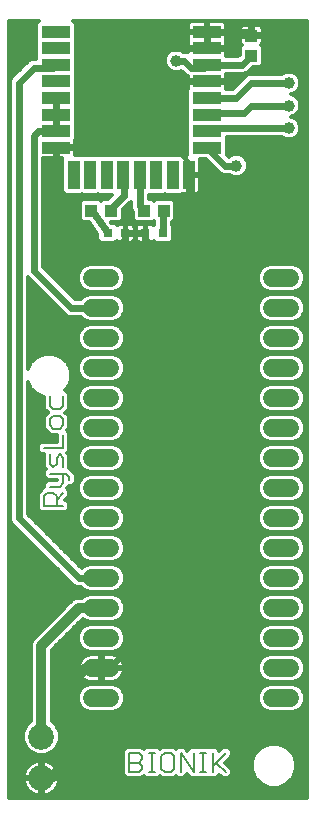
<source format=gtl>
G75*
%MOIN*%
%OFA0B0*%
%FSLAX25Y25*%
%IPPOS*%
%LPD*%
%AMOC8*
5,1,8,0,0,1.08239X$1,22.5*
%
%ADD10C,0.00600*%
%ADD11R,0.09646X0.03937*%
%ADD12R,0.03937X0.09646*%
%ADD13C,0.06000*%
%ADD14R,0.04331X0.03937*%
%ADD15R,0.03937X0.04331*%
%ADD16R,0.03150X0.03150*%
%ADD17C,0.08600*%
%ADD18C,0.01200*%
%ADD19C,0.02400*%
%ADD20C,0.03200*%
%ADD21C,0.01600*%
%ADD22C,0.03962*%
D10*
X0023480Y0100850D02*
X0023480Y0104053D01*
X0024547Y0105120D01*
X0026682Y0105120D01*
X0027750Y0104053D01*
X0027750Y0100850D01*
X0027750Y0102985D02*
X0029885Y0105120D01*
X0028817Y0107295D02*
X0029885Y0108363D01*
X0029885Y0111566D01*
X0030953Y0111566D02*
X0032020Y0110498D01*
X0032020Y0109431D01*
X0030953Y0111566D02*
X0025615Y0111566D01*
X0026682Y0113741D02*
X0025615Y0114809D01*
X0025615Y0118011D01*
X0027750Y0114809D02*
X0026682Y0113741D01*
X0027750Y0114809D02*
X0027750Y0116944D01*
X0028817Y0118011D01*
X0029885Y0116944D01*
X0029885Y0113741D01*
X0029885Y0120186D02*
X0029885Y0124457D01*
X0028817Y0126632D02*
X0029885Y0127700D01*
X0029885Y0129835D01*
X0028817Y0130902D01*
X0026682Y0130902D01*
X0025615Y0129835D01*
X0025615Y0127700D01*
X0026682Y0126632D01*
X0028817Y0126632D01*
X0028817Y0133077D02*
X0026682Y0133077D01*
X0025615Y0134145D01*
X0025615Y0137348D01*
X0029885Y0134145D02*
X0028817Y0133077D01*
X0029885Y0134145D02*
X0029885Y0137348D01*
X0029885Y0120186D02*
X0023480Y0120186D01*
X0025615Y0107295D02*
X0028817Y0107295D01*
X0029885Y0100850D02*
X0023480Y0100850D01*
X0051931Y0018505D02*
X0055133Y0018505D01*
X0056201Y0017438D01*
X0056201Y0016370D01*
X0055133Y0015303D01*
X0051931Y0015303D01*
X0051931Y0018505D02*
X0051931Y0012100D01*
X0055133Y0012100D01*
X0056201Y0013168D01*
X0056201Y0014235D01*
X0055133Y0015303D01*
X0058376Y0018505D02*
X0060511Y0018505D01*
X0059444Y0018505D02*
X0059444Y0012100D01*
X0060511Y0012100D02*
X0058376Y0012100D01*
X0062673Y0013168D02*
X0063741Y0012100D01*
X0065876Y0012100D01*
X0066943Y0013168D01*
X0066943Y0017438D01*
X0065876Y0018505D01*
X0063741Y0018505D01*
X0062673Y0017438D01*
X0062673Y0013168D01*
X0069119Y0012100D02*
X0069119Y0018505D01*
X0073389Y0012100D01*
X0073389Y0018505D01*
X0075564Y0018505D02*
X0077699Y0018505D01*
X0076632Y0018505D02*
X0076632Y0012100D01*
X0077699Y0012100D02*
X0075564Y0012100D01*
X0079861Y0012100D02*
X0079861Y0018505D01*
X0080929Y0015303D02*
X0084131Y0012100D01*
X0079861Y0014235D02*
X0084131Y0018505D01*
D11*
X0077882Y0220304D03*
X0077882Y0225816D03*
X0077882Y0231328D03*
X0077882Y0236839D03*
X0077882Y0242351D03*
X0077882Y0247863D03*
X0077882Y0253375D03*
X0077882Y0258887D03*
X0027488Y0258887D03*
X0027488Y0253375D03*
X0027488Y0247863D03*
X0027488Y0242351D03*
X0027488Y0236839D03*
X0027488Y0231328D03*
X0027488Y0225816D03*
X0027488Y0220304D03*
D12*
X0033394Y0211269D03*
X0038906Y0211269D03*
X0044417Y0211269D03*
X0049929Y0211269D03*
X0055441Y0211269D03*
X0060953Y0211269D03*
X0066465Y0211269D03*
X0071976Y0211269D03*
D13*
X0045685Y0176800D02*
X0039685Y0176800D01*
X0039685Y0166800D02*
X0045685Y0166800D01*
X0045685Y0156800D02*
X0039685Y0156800D01*
X0039685Y0146800D02*
X0045685Y0146800D01*
X0045685Y0136800D02*
X0039685Y0136800D01*
X0039685Y0126800D02*
X0045685Y0126800D01*
X0045685Y0116800D02*
X0039685Y0116800D01*
X0039685Y0106800D02*
X0045685Y0106800D01*
X0045685Y0096800D02*
X0039685Y0096800D01*
X0039685Y0086800D02*
X0045685Y0086800D01*
X0045685Y0076800D02*
X0039685Y0076800D01*
X0039685Y0066800D02*
X0045685Y0066800D01*
X0045685Y0056800D02*
X0039685Y0056800D01*
X0039685Y0046800D02*
X0045685Y0046800D01*
X0045685Y0036800D02*
X0039685Y0036800D01*
X0099685Y0036800D02*
X0105685Y0036800D01*
X0105685Y0046800D02*
X0099685Y0046800D01*
X0099685Y0056800D02*
X0105685Y0056800D01*
X0105685Y0066800D02*
X0099685Y0066800D01*
X0099685Y0076800D02*
X0105685Y0076800D01*
X0105685Y0086800D02*
X0099685Y0086800D01*
X0099685Y0096800D02*
X0105685Y0096800D01*
X0105685Y0106800D02*
X0099685Y0106800D01*
X0099685Y0116800D02*
X0105685Y0116800D01*
X0105685Y0126800D02*
X0099685Y0126800D01*
X0099685Y0136800D02*
X0105685Y0136800D01*
X0105685Y0146800D02*
X0099685Y0146800D01*
X0099685Y0156800D02*
X0105685Y0156800D01*
X0105685Y0166800D02*
X0099685Y0166800D01*
X0099685Y0176800D02*
X0105685Y0176800D01*
D14*
X0092685Y0250954D03*
X0092685Y0257646D03*
D15*
X0063531Y0199300D03*
X0056839Y0199300D03*
X0046031Y0199300D03*
X0039339Y0199300D03*
D16*
X0044732Y0191800D03*
X0050638Y0191800D03*
X0057232Y0191800D03*
X0063138Y0191800D03*
D17*
X0022685Y0023887D03*
X0022685Y0010107D03*
D18*
X0011985Y0003600D02*
X0011985Y0262461D01*
X0021725Y0262461D01*
X0020865Y0261601D01*
X0020865Y0256173D01*
X0020907Y0256131D01*
X0020865Y0256089D01*
X0020865Y0250661D01*
X0020907Y0250619D01*
X0020865Y0250577D01*
X0020865Y0249800D01*
X0019588Y0249800D01*
X0018486Y0249343D01*
X0017642Y0248499D01*
X0013486Y0244343D01*
X0012642Y0243499D01*
X0012185Y0242397D01*
X0012185Y0096203D01*
X0012642Y0095101D01*
X0032642Y0075101D01*
X0033486Y0074257D01*
X0034588Y0073800D01*
X0035897Y0073800D01*
X0036966Y0072731D01*
X0038730Y0072000D01*
X0046640Y0072000D01*
X0048404Y0072731D01*
X0049754Y0074081D01*
X0050485Y0075845D01*
X0050485Y0077755D01*
X0049754Y0079519D01*
X0048404Y0080869D01*
X0046640Y0081600D01*
X0038730Y0081600D01*
X0036966Y0080869D01*
X0036162Y0080065D01*
X0018185Y0098043D01*
X0018185Y0142093D01*
X0018986Y0140158D01*
X0021043Y0138101D01*
X0023515Y0137078D01*
X0023515Y0133275D01*
X0023891Y0132898D01*
X0024745Y0132045D01*
X0024800Y0131990D01*
X0024745Y0131935D01*
X0023515Y0130705D01*
X0023515Y0126830D01*
X0024292Y0126053D01*
X0024745Y0125600D01*
X0025035Y0125309D01*
X0025812Y0124532D01*
X0027785Y0124532D01*
X0027785Y0122286D01*
X0022610Y0122286D01*
X0021380Y0121056D01*
X0021380Y0119317D01*
X0022610Y0118086D01*
X0023515Y0118086D01*
X0023515Y0113939D01*
X0024266Y0113187D01*
X0023515Y0112436D01*
X0023515Y0110696D01*
X0024745Y0109466D01*
X0027785Y0109466D01*
X0027785Y0109395D01*
X0024745Y0109395D01*
X0023515Y0108165D01*
X0023515Y0107058D01*
X0022923Y0106466D01*
X0022447Y0105990D01*
X0022134Y0105677D01*
X0021380Y0104923D01*
X0021380Y0099980D01*
X0022610Y0098750D01*
X0030755Y0098750D01*
X0031985Y0099980D01*
X0031985Y0101720D01*
X0030755Y0102950D01*
X0030685Y0102950D01*
X0031985Y0104250D01*
X0031985Y0105990D01*
X0031233Y0106742D01*
X0031822Y0107331D01*
X0032890Y0107331D01*
X0034120Y0108561D01*
X0034120Y0111368D01*
X0032890Y0112598D01*
X0031985Y0113503D01*
X0031985Y0117814D01*
X0031233Y0118565D01*
X0031985Y0119317D01*
X0031985Y0125327D01*
X0031233Y0126078D01*
X0031985Y0126830D01*
X0031985Y0130705D01*
X0031230Y0131459D01*
X0030917Y0131772D01*
X0030700Y0131990D01*
X0030755Y0132045D01*
X0031985Y0133275D01*
X0031985Y0138218D01*
X0030755Y0139448D01*
X0030673Y0139448D01*
X0031384Y0140158D01*
X0032497Y0142846D01*
X0032497Y0145754D01*
X0031384Y0148442D01*
X0029327Y0150499D01*
X0026639Y0151612D01*
X0023731Y0151612D01*
X0021043Y0150499D01*
X0018986Y0148442D01*
X0018185Y0146507D01*
X0018185Y0177057D01*
X0030142Y0165101D01*
X0030986Y0164257D01*
X0032088Y0163800D01*
X0035897Y0163800D01*
X0036966Y0162731D01*
X0038730Y0162000D01*
X0046640Y0162000D01*
X0048404Y0162731D01*
X0049754Y0164081D01*
X0050485Y0165845D01*
X0050485Y0167755D01*
X0049754Y0169519D01*
X0048404Y0170869D01*
X0046640Y0171600D01*
X0038730Y0171600D01*
X0036966Y0170869D01*
X0035897Y0169800D01*
X0033928Y0169800D01*
X0023185Y0180543D01*
X0023185Y0216735D01*
X0027104Y0216735D01*
X0027104Y0219920D01*
X0027872Y0219920D01*
X0027872Y0216735D01*
X0029625Y0216735D01*
X0029625Y0205700D01*
X0030680Y0204646D01*
X0036108Y0204646D01*
X0036150Y0204687D01*
X0036191Y0204646D01*
X0041620Y0204646D01*
X0041661Y0204687D01*
X0041703Y0204646D01*
X0046288Y0204646D01*
X0044908Y0203265D01*
X0043317Y0203265D01*
X0042685Y0202633D01*
X0042053Y0203265D01*
X0036624Y0203265D01*
X0035570Y0202211D01*
X0035570Y0196389D01*
X0036624Y0195335D01*
X0038577Y0195335D01*
X0041357Y0191383D01*
X0041357Y0189480D01*
X0042412Y0188425D01*
X0047053Y0188425D01*
X0047826Y0189199D01*
X0048081Y0188945D01*
X0048445Y0188734D01*
X0048852Y0188625D01*
X0050450Y0188625D01*
X0050450Y0191613D01*
X0050825Y0191613D01*
X0050825Y0191987D01*
X0053813Y0191987D01*
X0053813Y0193585D01*
X0053704Y0193992D01*
X0053493Y0194357D01*
X0053195Y0194655D01*
X0052830Y0194866D01*
X0052423Y0194975D01*
X0050825Y0194975D01*
X0050825Y0191987D01*
X0050450Y0191987D01*
X0050450Y0194975D01*
X0048852Y0194975D01*
X0048445Y0194866D01*
X0048081Y0194655D01*
X0047826Y0194401D01*
X0047053Y0195175D01*
X0046026Y0195175D01*
X0045913Y0195335D01*
X0048746Y0195335D01*
X0049800Y0196389D01*
X0049800Y0199672D01*
X0051884Y0201757D01*
X0052441Y0202313D01*
X0052441Y0200101D01*
X0052898Y0198998D01*
X0053070Y0198826D01*
X0053070Y0196389D01*
X0054124Y0195335D01*
X0059553Y0195335D01*
X0060138Y0195920D01*
X0060138Y0194495D01*
X0060044Y0194401D01*
X0059790Y0194655D01*
X0059425Y0194866D01*
X0059018Y0194975D01*
X0057420Y0194975D01*
X0057420Y0191987D01*
X0057045Y0191987D01*
X0057045Y0191613D01*
X0054057Y0191613D01*
X0054057Y0190015D01*
X0054167Y0189608D01*
X0054377Y0189243D01*
X0054675Y0188945D01*
X0055040Y0188734D01*
X0055447Y0188625D01*
X0057045Y0188625D01*
X0057045Y0191613D01*
X0057420Y0191613D01*
X0057420Y0188625D01*
X0059018Y0188625D01*
X0059425Y0188734D01*
X0059790Y0188945D01*
X0060044Y0189199D01*
X0060817Y0188425D01*
X0065458Y0188425D01*
X0066513Y0189480D01*
X0066513Y0194120D01*
X0066138Y0194495D01*
X0066138Y0195335D01*
X0066246Y0195335D01*
X0067300Y0196389D01*
X0067300Y0202211D01*
X0066246Y0203265D01*
X0060817Y0203265D01*
X0060185Y0202633D01*
X0059553Y0203265D01*
X0058441Y0203265D01*
X0058441Y0204646D01*
X0063667Y0204646D01*
X0063709Y0204687D01*
X0063750Y0204646D01*
X0069179Y0204646D01*
X0069467Y0204934D01*
X0069797Y0204846D01*
X0071592Y0204846D01*
X0071592Y0210884D01*
X0072361Y0210884D01*
X0072361Y0211653D01*
X0075545Y0211653D01*
X0075545Y0216302D01*
X0075482Y0216535D01*
X0077408Y0216535D01*
X0082186Y0211757D01*
X0083289Y0211300D01*
X0085338Y0211300D01*
X0085543Y0211095D01*
X0086933Y0210519D01*
X0088437Y0210519D01*
X0089827Y0211095D01*
X0090890Y0212158D01*
X0091466Y0213548D01*
X0091466Y0215052D01*
X0090890Y0216442D01*
X0089827Y0217505D01*
X0088437Y0218081D01*
X0086933Y0218081D01*
X0085543Y0217505D01*
X0085338Y0217300D01*
X0085128Y0217300D01*
X0084505Y0217924D01*
X0084505Y0223018D01*
X0084463Y0223060D01*
X0084505Y0223102D01*
X0084505Y0223800D01*
X0102838Y0223800D01*
X0103043Y0223595D01*
X0104433Y0223019D01*
X0105937Y0223019D01*
X0107327Y0223595D01*
X0108390Y0224658D01*
X0108966Y0226048D01*
X0108966Y0227552D01*
X0108390Y0228942D01*
X0107327Y0230005D01*
X0106012Y0230550D01*
X0107327Y0231095D01*
X0108390Y0232158D01*
X0108966Y0233548D01*
X0108966Y0235052D01*
X0108390Y0236442D01*
X0107327Y0237505D01*
X0106012Y0238050D01*
X0107327Y0238595D01*
X0108390Y0239658D01*
X0108966Y0241048D01*
X0108966Y0242552D01*
X0108390Y0243942D01*
X0107327Y0245005D01*
X0105937Y0245581D01*
X0104433Y0245581D01*
X0103043Y0245005D01*
X0102838Y0244800D01*
X0092088Y0244800D01*
X0090986Y0244343D01*
X0086442Y0239800D01*
X0084258Y0239800D01*
X0084216Y0239842D01*
X0084305Y0240172D01*
X0084305Y0241967D01*
X0078266Y0241967D01*
X0078266Y0242735D01*
X0084305Y0242735D01*
X0084305Y0244530D01*
X0084216Y0244860D01*
X0084219Y0244863D01*
X0090191Y0244863D01*
X0091294Y0245320D01*
X0093159Y0247185D01*
X0095596Y0247185D01*
X0096650Y0248239D01*
X0096650Y0253668D01*
X0095877Y0254441D01*
X0096131Y0254696D01*
X0096341Y0255060D01*
X0096450Y0255467D01*
X0096450Y0257262D01*
X0093069Y0257262D01*
X0093069Y0258031D01*
X0092301Y0258031D01*
X0092301Y0261215D01*
X0090309Y0261215D01*
X0089902Y0261106D01*
X0089537Y0260895D01*
X0089239Y0260597D01*
X0089029Y0260233D01*
X0088920Y0259826D01*
X0088920Y0258031D01*
X0092301Y0258031D01*
X0092301Y0257262D01*
X0088920Y0257262D01*
X0088920Y0255467D01*
X0089029Y0255060D01*
X0089239Y0254696D01*
X0089493Y0254441D01*
X0088720Y0253668D01*
X0088720Y0251231D01*
X0088352Y0250863D01*
X0084219Y0250863D01*
X0084216Y0250866D01*
X0084305Y0251196D01*
X0084305Y0252991D01*
X0078266Y0252991D01*
X0078266Y0253759D01*
X0077498Y0253759D01*
X0077498Y0258502D01*
X0078266Y0258502D01*
X0078266Y0256943D01*
X0078266Y0253759D01*
X0084305Y0253759D01*
X0084305Y0255554D01*
X0084196Y0255961D01*
X0084098Y0256131D01*
X0084196Y0256301D01*
X0084305Y0256707D01*
X0084305Y0258502D01*
X0078266Y0258502D01*
X0078266Y0259271D01*
X0077498Y0259271D01*
X0077498Y0262455D01*
X0072848Y0262455D01*
X0072441Y0262346D01*
X0072077Y0262135D01*
X0071779Y0261838D01*
X0071568Y0261473D01*
X0071459Y0261066D01*
X0071459Y0259271D01*
X0077498Y0259271D01*
X0077498Y0258502D01*
X0071459Y0258502D01*
X0071459Y0256707D01*
X0071568Y0256301D01*
X0071666Y0256131D01*
X0071568Y0255961D01*
X0071459Y0255554D01*
X0071459Y0253759D01*
X0077498Y0253759D01*
X0077498Y0252991D01*
X0071459Y0252991D01*
X0071459Y0252019D01*
X0070782Y0252300D01*
X0070032Y0252300D01*
X0069827Y0252505D01*
X0068437Y0253081D01*
X0066933Y0253081D01*
X0065543Y0252505D01*
X0064480Y0251442D01*
X0063904Y0250052D01*
X0063904Y0248548D01*
X0064480Y0247158D01*
X0065543Y0246095D01*
X0066933Y0245519D01*
X0068437Y0245519D01*
X0069347Y0245896D01*
X0070142Y0245101D01*
X0070142Y0245101D01*
X0070986Y0244257D01*
X0071459Y0244061D01*
X0071459Y0242735D01*
X0077498Y0242735D01*
X0077498Y0241967D01*
X0071459Y0241967D01*
X0071459Y0240172D01*
X0071548Y0239842D01*
X0071259Y0239553D01*
X0071259Y0234125D01*
X0071301Y0234083D01*
X0071259Y0234042D01*
X0071259Y0228613D01*
X0071301Y0228572D01*
X0071259Y0228530D01*
X0071259Y0223102D01*
X0071301Y0223060D01*
X0071259Y0223018D01*
X0071259Y0217691D01*
X0069797Y0217691D01*
X0069467Y0217603D01*
X0069179Y0217891D01*
X0063750Y0217891D01*
X0063709Y0217850D01*
X0063667Y0217891D01*
X0058239Y0217891D01*
X0058197Y0217850D01*
X0058155Y0217891D01*
X0052727Y0217891D01*
X0052685Y0217850D01*
X0052643Y0217891D01*
X0047215Y0217891D01*
X0047173Y0217850D01*
X0047131Y0217891D01*
X0041703Y0217891D01*
X0041661Y0217850D01*
X0041620Y0217891D01*
X0036191Y0217891D01*
X0036150Y0217850D01*
X0036108Y0217891D01*
X0033848Y0217891D01*
X0033911Y0218125D01*
X0033911Y0219920D01*
X0027873Y0219920D01*
X0027873Y0220688D01*
X0033911Y0220688D01*
X0033911Y0222483D01*
X0033823Y0222813D01*
X0034111Y0223102D01*
X0034111Y0228530D01*
X0034069Y0228572D01*
X0034111Y0228613D01*
X0034111Y0234042D01*
X0034069Y0234083D01*
X0034111Y0234125D01*
X0034111Y0239553D01*
X0034069Y0239595D01*
X0034111Y0239637D01*
X0034111Y0245065D01*
X0034069Y0245107D01*
X0034111Y0245149D01*
X0034111Y0250577D01*
X0034069Y0250619D01*
X0034111Y0250661D01*
X0034111Y0256089D01*
X0034069Y0256131D01*
X0034111Y0256173D01*
X0034111Y0261601D01*
X0033251Y0262461D01*
X0111086Y0262461D01*
X0111086Y0003600D01*
X0011985Y0003600D01*
X0011985Y0004160D02*
X0111086Y0004160D01*
X0111086Y0005358D02*
X0026187Y0005358D01*
X0026529Y0005607D02*
X0027185Y0006263D01*
X0027731Y0007015D01*
X0028153Y0007842D01*
X0028440Y0008725D01*
X0028585Y0009643D01*
X0028585Y0009723D01*
X0023069Y0009723D01*
X0023069Y0004207D01*
X0023149Y0004207D01*
X0024067Y0004352D01*
X0024950Y0004639D01*
X0025777Y0005061D01*
X0026529Y0005607D01*
X0027398Y0006557D02*
X0111086Y0006557D01*
X0111086Y0007755D02*
X0103492Y0007755D01*
X0104327Y0008101D02*
X0101639Y0006988D01*
X0098731Y0006988D01*
X0096043Y0008101D01*
X0093986Y0010158D01*
X0092873Y0012846D01*
X0092873Y0015754D01*
X0093986Y0018442D01*
X0096043Y0020499D01*
X0098731Y0021612D01*
X0101639Y0021612D01*
X0104327Y0020499D01*
X0106384Y0018442D01*
X0107497Y0015754D01*
X0107497Y0012846D01*
X0106384Y0010158D01*
X0104327Y0008101D01*
X0105179Y0008954D02*
X0111086Y0008954D01*
X0111086Y0010152D02*
X0106378Y0010152D01*
X0106878Y0011351D02*
X0111086Y0011351D01*
X0111086Y0012549D02*
X0107374Y0012549D01*
X0107497Y0013748D02*
X0111086Y0013748D01*
X0111086Y0014946D02*
X0107497Y0014946D01*
X0107335Y0016145D02*
X0111086Y0016145D01*
X0111086Y0017343D02*
X0106839Y0017343D01*
X0106284Y0018542D02*
X0111086Y0018542D01*
X0111086Y0019740D02*
X0105085Y0019740D01*
X0103264Y0020939D02*
X0111086Y0020939D01*
X0111086Y0022137D02*
X0028563Y0022137D01*
X0028785Y0022673D02*
X0027856Y0020431D01*
X0026140Y0018715D01*
X0023898Y0017787D01*
X0021472Y0017787D01*
X0019230Y0018715D01*
X0017514Y0020431D01*
X0016585Y0022673D01*
X0016585Y0025100D01*
X0017514Y0027342D01*
X0019230Y0029058D01*
X0019285Y0029081D01*
X0019285Y0054976D01*
X0019803Y0056226D01*
X0032303Y0068726D01*
X0033259Y0069682D01*
X0034509Y0070200D01*
X0036297Y0070200D01*
X0036966Y0070869D01*
X0038730Y0071600D01*
X0046640Y0071600D01*
X0048404Y0070869D01*
X0049754Y0069519D01*
X0050485Y0067755D01*
X0050485Y0065845D01*
X0049754Y0064081D01*
X0048404Y0062731D01*
X0046640Y0062000D01*
X0038730Y0062000D01*
X0036966Y0062731D01*
X0036445Y0063252D01*
X0026085Y0052892D01*
X0026085Y0029081D01*
X0026140Y0029058D01*
X0027856Y0027342D01*
X0028785Y0025100D01*
X0028785Y0022673D01*
X0028785Y0023336D02*
X0111086Y0023336D01*
X0111086Y0024534D02*
X0028785Y0024534D01*
X0028523Y0025733D02*
X0111086Y0025733D01*
X0111086Y0026932D02*
X0028026Y0026932D01*
X0027068Y0028130D02*
X0111086Y0028130D01*
X0111086Y0029329D02*
X0026085Y0029329D01*
X0026085Y0030527D02*
X0111086Y0030527D01*
X0111086Y0031726D02*
X0026085Y0031726D01*
X0026085Y0032924D02*
X0036773Y0032924D01*
X0036966Y0032731D02*
X0038730Y0032000D01*
X0046640Y0032000D01*
X0048404Y0032731D01*
X0049754Y0034081D01*
X0050485Y0035845D01*
X0050485Y0037755D01*
X0049754Y0039519D01*
X0048404Y0040869D01*
X0046640Y0041600D01*
X0038730Y0041600D01*
X0036966Y0040869D01*
X0035616Y0039519D01*
X0034885Y0037755D01*
X0034885Y0035845D01*
X0035616Y0034081D01*
X0036966Y0032731D01*
X0035599Y0034123D02*
X0026085Y0034123D01*
X0026085Y0035321D02*
X0035102Y0035321D01*
X0034885Y0036520D02*
X0026085Y0036520D01*
X0026085Y0037718D02*
X0034885Y0037718D01*
X0035366Y0038917D02*
X0026085Y0038917D01*
X0026085Y0040115D02*
X0036212Y0040115D01*
X0037274Y0042866D02*
X0037919Y0042537D01*
X0038608Y0042313D01*
X0039323Y0042200D01*
X0042285Y0042200D01*
X0042285Y0046400D01*
X0035091Y0046400D01*
X0035198Y0045723D01*
X0035422Y0045034D01*
X0035751Y0044389D01*
X0036176Y0043803D01*
X0036688Y0043291D01*
X0037274Y0042866D01*
X0037996Y0042512D02*
X0026085Y0042512D01*
X0026085Y0041314D02*
X0038039Y0041314D01*
X0036269Y0043711D02*
X0026085Y0043711D01*
X0026085Y0044909D02*
X0035486Y0044909D01*
X0035137Y0046108D02*
X0026085Y0046108D01*
X0026085Y0047306D02*
X0035108Y0047306D01*
X0035091Y0047200D02*
X0042285Y0047200D01*
X0042285Y0046400D01*
X0043085Y0046400D01*
X0043085Y0042200D01*
X0046047Y0042200D01*
X0046762Y0042313D01*
X0047451Y0042537D01*
X0048096Y0042866D01*
X0048682Y0043291D01*
X0049194Y0043803D01*
X0049619Y0044389D01*
X0049948Y0045034D01*
X0050172Y0045723D01*
X0050279Y0046400D01*
X0043085Y0046400D01*
X0043085Y0047200D01*
X0042285Y0047200D01*
X0042285Y0051400D01*
X0039323Y0051400D01*
X0038608Y0051287D01*
X0037919Y0051063D01*
X0037274Y0050734D01*
X0036688Y0050309D01*
X0036176Y0049797D01*
X0035751Y0049211D01*
X0035422Y0048566D01*
X0035198Y0047877D01*
X0035091Y0047200D01*
X0035402Y0048505D02*
X0026085Y0048505D01*
X0026085Y0049703D02*
X0036108Y0049703D01*
X0037603Y0050902D02*
X0026085Y0050902D01*
X0026085Y0052100D02*
X0038488Y0052100D01*
X0038730Y0052000D02*
X0046640Y0052000D01*
X0048404Y0052731D01*
X0049754Y0054081D01*
X0050485Y0055845D01*
X0050485Y0057755D01*
X0049754Y0059519D01*
X0048404Y0060869D01*
X0046640Y0061600D01*
X0038730Y0061600D01*
X0036966Y0060869D01*
X0035616Y0059519D01*
X0034885Y0057755D01*
X0034885Y0055845D01*
X0035616Y0054081D01*
X0036966Y0052731D01*
X0038730Y0052000D01*
X0036398Y0053299D02*
X0026492Y0053299D01*
X0027691Y0054497D02*
X0035443Y0054497D01*
X0034947Y0055696D02*
X0028889Y0055696D01*
X0030088Y0056894D02*
X0034885Y0056894D01*
X0035025Y0058093D02*
X0031286Y0058093D01*
X0032485Y0059291D02*
X0035522Y0059291D01*
X0036587Y0060490D02*
X0033683Y0060490D01*
X0034882Y0061688D02*
X0111086Y0061688D01*
X0111086Y0060490D02*
X0108783Y0060490D01*
X0108404Y0060869D02*
X0109754Y0059519D01*
X0110485Y0057755D01*
X0110485Y0055845D01*
X0109754Y0054081D01*
X0108404Y0052731D01*
X0106640Y0052000D01*
X0098730Y0052000D01*
X0096966Y0052731D01*
X0095616Y0054081D01*
X0094885Y0055845D01*
X0094885Y0057755D01*
X0095616Y0059519D01*
X0096966Y0060869D01*
X0098730Y0061600D01*
X0106640Y0061600D01*
X0108404Y0060869D01*
X0108404Y0062731D02*
X0109754Y0064081D01*
X0110485Y0065845D01*
X0110485Y0067755D01*
X0109754Y0069519D01*
X0108404Y0070869D01*
X0106640Y0071600D01*
X0098730Y0071600D01*
X0096966Y0070869D01*
X0095616Y0069519D01*
X0094885Y0067755D01*
X0094885Y0065845D01*
X0095616Y0064081D01*
X0096966Y0062731D01*
X0098730Y0062000D01*
X0106640Y0062000D01*
X0108404Y0062731D01*
X0108560Y0062887D02*
X0111086Y0062887D01*
X0111086Y0064085D02*
X0109756Y0064085D01*
X0110253Y0065284D02*
X0111086Y0065284D01*
X0111086Y0066482D02*
X0110485Y0066482D01*
X0110485Y0067681D02*
X0111086Y0067681D01*
X0111086Y0068879D02*
X0110019Y0068879D01*
X0109195Y0070078D02*
X0111086Y0070078D01*
X0111086Y0071276D02*
X0107421Y0071276D01*
X0106640Y0072000D02*
X0108404Y0072731D01*
X0109754Y0074081D01*
X0110485Y0075845D01*
X0110485Y0077755D01*
X0109754Y0079519D01*
X0108404Y0080869D01*
X0106640Y0081600D01*
X0098730Y0081600D01*
X0096966Y0080869D01*
X0095616Y0079519D01*
X0094885Y0077755D01*
X0094885Y0075845D01*
X0095616Y0074081D01*
X0096966Y0072731D01*
X0098730Y0072000D01*
X0106640Y0072000D01*
X0107786Y0072475D02*
X0111086Y0072475D01*
X0111086Y0073673D02*
X0109347Y0073673D01*
X0110082Y0074872D02*
X0111086Y0074872D01*
X0111086Y0076070D02*
X0110485Y0076070D01*
X0110485Y0077269D02*
X0111086Y0077269D01*
X0111086Y0078468D02*
X0110190Y0078468D01*
X0109607Y0079666D02*
X0111086Y0079666D01*
X0111086Y0080865D02*
X0108409Y0080865D01*
X0108404Y0082731D02*
X0109754Y0084081D01*
X0110485Y0085845D01*
X0110485Y0087755D01*
X0109754Y0089519D01*
X0108404Y0090869D01*
X0106640Y0091600D01*
X0098730Y0091600D01*
X0096966Y0090869D01*
X0095616Y0089519D01*
X0094885Y0087755D01*
X0094885Y0085845D01*
X0095616Y0084081D01*
X0096966Y0082731D01*
X0098730Y0082000D01*
X0106640Y0082000D01*
X0108404Y0082731D01*
X0108935Y0083262D02*
X0111086Y0083262D01*
X0111086Y0084460D02*
X0109911Y0084460D01*
X0110408Y0085659D02*
X0111086Y0085659D01*
X0111086Y0086857D02*
X0110485Y0086857D01*
X0110360Y0088056D02*
X0111086Y0088056D01*
X0111086Y0089254D02*
X0109864Y0089254D01*
X0108821Y0090453D02*
X0111086Y0090453D01*
X0111086Y0091651D02*
X0024577Y0091651D01*
X0025775Y0090453D02*
X0036549Y0090453D01*
X0036966Y0090869D02*
X0035616Y0089519D01*
X0034885Y0087755D01*
X0034885Y0085845D01*
X0035616Y0084081D01*
X0036966Y0082731D01*
X0038730Y0082000D01*
X0046640Y0082000D01*
X0048404Y0082731D01*
X0049754Y0084081D01*
X0050485Y0085845D01*
X0050485Y0087755D01*
X0049754Y0089519D01*
X0048404Y0090869D01*
X0046640Y0091600D01*
X0038730Y0091600D01*
X0036966Y0090869D01*
X0036966Y0092731D02*
X0035616Y0094081D01*
X0034885Y0095845D01*
X0034885Y0097755D01*
X0035616Y0099519D01*
X0036966Y0100869D01*
X0038730Y0101600D01*
X0046640Y0101600D01*
X0048404Y0100869D01*
X0049754Y0099519D01*
X0050485Y0097755D01*
X0050485Y0095845D01*
X0049754Y0094081D01*
X0048404Y0092731D01*
X0046640Y0092000D01*
X0038730Y0092000D01*
X0036966Y0092731D01*
X0036847Y0092850D02*
X0023378Y0092850D01*
X0022180Y0094048D02*
X0035649Y0094048D01*
X0035133Y0095247D02*
X0020981Y0095247D01*
X0019782Y0096445D02*
X0034885Y0096445D01*
X0034885Y0097644D02*
X0018584Y0097644D01*
X0018185Y0098842D02*
X0022518Y0098842D01*
X0021380Y0100041D02*
X0018185Y0100041D01*
X0018185Y0101239D02*
X0021380Y0101239D01*
X0021380Y0102438D02*
X0018185Y0102438D01*
X0018185Y0103636D02*
X0021380Y0103636D01*
X0021380Y0104835D02*
X0018185Y0104835D01*
X0018185Y0106033D02*
X0022490Y0106033D01*
X0022447Y0105990D02*
X0022447Y0105990D01*
X0023515Y0107232D02*
X0018185Y0107232D01*
X0018185Y0108430D02*
X0023780Y0108430D01*
X0024582Y0109629D02*
X0018185Y0109629D01*
X0018185Y0110827D02*
X0023515Y0110827D01*
X0023515Y0112026D02*
X0018185Y0112026D01*
X0018185Y0113224D02*
X0024229Y0113224D01*
X0023515Y0114423D02*
X0018185Y0114423D01*
X0018185Y0115621D02*
X0023515Y0115621D01*
X0023515Y0116820D02*
X0018185Y0116820D01*
X0018185Y0118018D02*
X0023515Y0118018D01*
X0021479Y0119217D02*
X0018185Y0119217D01*
X0018185Y0120415D02*
X0021380Y0120415D01*
X0021937Y0121614D02*
X0018185Y0121614D01*
X0018185Y0122812D02*
X0027785Y0122812D01*
X0027785Y0124011D02*
X0018185Y0124011D01*
X0018185Y0125209D02*
X0025135Y0125209D01*
X0024745Y0125600D02*
X0024745Y0125600D01*
X0023936Y0126408D02*
X0018185Y0126408D01*
X0018185Y0127606D02*
X0023515Y0127606D01*
X0023515Y0128805D02*
X0018185Y0128805D01*
X0018185Y0130003D02*
X0023515Y0130003D01*
X0024012Y0131202D02*
X0018185Y0131202D01*
X0018185Y0132401D02*
X0024389Y0132401D01*
X0024745Y0132045D02*
X0024745Y0132045D01*
X0023515Y0133599D02*
X0018185Y0133599D01*
X0018185Y0134798D02*
X0023515Y0134798D01*
X0023515Y0135996D02*
X0018185Y0135996D01*
X0018185Y0137195D02*
X0023232Y0137195D01*
X0020751Y0138393D02*
X0018185Y0138393D01*
X0018185Y0139592D02*
X0019553Y0139592D01*
X0018725Y0140790D02*
X0018185Y0140790D01*
X0018185Y0141989D02*
X0018228Y0141989D01*
X0018185Y0146783D02*
X0018299Y0146783D01*
X0018185Y0147981D02*
X0018796Y0147981D01*
X0018185Y0149180D02*
X0019724Y0149180D01*
X0020923Y0150378D02*
X0018185Y0150378D01*
X0018185Y0151577D02*
X0023646Y0151577D01*
X0026724Y0151577D02*
X0038674Y0151577D01*
X0038730Y0151600D02*
X0036966Y0150869D01*
X0035616Y0149519D01*
X0034885Y0147755D01*
X0034885Y0145845D01*
X0035616Y0144081D01*
X0036966Y0142731D01*
X0038730Y0142000D01*
X0046640Y0142000D01*
X0048404Y0142731D01*
X0049754Y0144081D01*
X0050485Y0145845D01*
X0050485Y0147755D01*
X0049754Y0149519D01*
X0048404Y0150869D01*
X0046640Y0151600D01*
X0038730Y0151600D01*
X0038730Y0152000D02*
X0036966Y0152731D01*
X0035616Y0154081D01*
X0034885Y0155845D01*
X0034885Y0157755D01*
X0035616Y0159519D01*
X0036966Y0160869D01*
X0038730Y0161600D01*
X0046640Y0161600D01*
X0048404Y0160869D01*
X0049754Y0159519D01*
X0050485Y0157755D01*
X0050485Y0155845D01*
X0049754Y0154081D01*
X0048404Y0152731D01*
X0046640Y0152000D01*
X0038730Y0152000D01*
X0036922Y0152775D02*
X0018185Y0152775D01*
X0018185Y0153974D02*
X0035723Y0153974D01*
X0035164Y0155172D02*
X0018185Y0155172D01*
X0018185Y0156371D02*
X0034885Y0156371D01*
X0034885Y0157569D02*
X0018185Y0157569D01*
X0018185Y0158768D02*
X0035305Y0158768D01*
X0036063Y0159966D02*
X0018185Y0159966D01*
X0018185Y0161165D02*
X0037680Y0161165D01*
X0037853Y0162363D02*
X0018185Y0162363D01*
X0018185Y0163562D02*
X0036135Y0163562D01*
X0036850Y0170753D02*
X0032975Y0170753D01*
X0031776Y0171951D02*
X0111086Y0171951D01*
X0111086Y0170753D02*
X0108520Y0170753D01*
X0108404Y0170869D02*
X0106640Y0171600D01*
X0098730Y0171600D01*
X0096966Y0170869D01*
X0095616Y0169519D01*
X0094885Y0167755D01*
X0094885Y0165845D01*
X0095616Y0164081D01*
X0096966Y0162731D01*
X0098730Y0162000D01*
X0106640Y0162000D01*
X0108404Y0162731D01*
X0109754Y0164081D01*
X0110485Y0165845D01*
X0110485Y0167755D01*
X0109754Y0169519D01*
X0108404Y0170869D01*
X0109719Y0169554D02*
X0111086Y0169554D01*
X0111086Y0168356D02*
X0110236Y0168356D01*
X0110485Y0167157D02*
X0111086Y0167157D01*
X0111086Y0165959D02*
X0110485Y0165959D01*
X0110036Y0164760D02*
X0111086Y0164760D01*
X0111086Y0163562D02*
X0109235Y0163562D01*
X0107517Y0162363D02*
X0111086Y0162363D01*
X0111086Y0161165D02*
X0107690Y0161165D01*
X0108404Y0160869D02*
X0106640Y0161600D01*
X0098730Y0161600D01*
X0096966Y0160869D01*
X0095616Y0159519D01*
X0094885Y0157755D01*
X0094885Y0155845D01*
X0095616Y0154081D01*
X0096966Y0152731D01*
X0098730Y0152000D01*
X0106640Y0152000D01*
X0108404Y0152731D01*
X0109754Y0154081D01*
X0110485Y0155845D01*
X0110485Y0157755D01*
X0109754Y0159519D01*
X0108404Y0160869D01*
X0109307Y0159966D02*
X0111086Y0159966D01*
X0111086Y0158768D02*
X0110065Y0158768D01*
X0110485Y0157569D02*
X0111086Y0157569D01*
X0111086Y0156371D02*
X0110485Y0156371D01*
X0110206Y0155172D02*
X0111086Y0155172D01*
X0111086Y0153974D02*
X0109647Y0153974D01*
X0108448Y0152775D02*
X0111086Y0152775D01*
X0111086Y0151577D02*
X0106696Y0151577D01*
X0106640Y0151600D02*
X0098730Y0151600D01*
X0096966Y0150869D01*
X0095616Y0149519D01*
X0094885Y0147755D01*
X0094885Y0145845D01*
X0095616Y0144081D01*
X0096966Y0142731D01*
X0098730Y0142000D01*
X0106640Y0142000D01*
X0108404Y0142731D01*
X0109754Y0144081D01*
X0110485Y0145845D01*
X0110485Y0147755D01*
X0109754Y0149519D01*
X0108404Y0150869D01*
X0106640Y0151600D01*
X0108895Y0150378D02*
X0111086Y0150378D01*
X0111086Y0149180D02*
X0109895Y0149180D01*
X0110391Y0147981D02*
X0111086Y0147981D01*
X0111086Y0146783D02*
X0110485Y0146783D01*
X0110377Y0145584D02*
X0111086Y0145584D01*
X0111086Y0144386D02*
X0109880Y0144386D01*
X0108860Y0143187D02*
X0111086Y0143187D01*
X0111086Y0141989D02*
X0032142Y0141989D01*
X0032497Y0143187D02*
X0036510Y0143187D01*
X0035490Y0144386D02*
X0032497Y0144386D01*
X0032497Y0145584D02*
X0034993Y0145584D01*
X0034885Y0146783D02*
X0032071Y0146783D01*
X0031574Y0147981D02*
X0034979Y0147981D01*
X0035475Y0149180D02*
X0030646Y0149180D01*
X0029447Y0150378D02*
X0036475Y0150378D01*
X0038730Y0141600D02*
X0036966Y0140869D01*
X0035616Y0139519D01*
X0034885Y0137755D01*
X0034885Y0135845D01*
X0035616Y0134081D01*
X0036966Y0132731D01*
X0038730Y0132000D01*
X0046640Y0132000D01*
X0048404Y0132731D01*
X0049754Y0134081D01*
X0050485Y0135845D01*
X0050485Y0137755D01*
X0049754Y0139519D01*
X0048404Y0140869D01*
X0046640Y0141600D01*
X0038730Y0141600D01*
X0036887Y0140790D02*
X0031645Y0140790D01*
X0030817Y0139592D02*
X0035688Y0139592D01*
X0035149Y0138393D02*
X0031810Y0138393D01*
X0031985Y0137195D02*
X0034885Y0137195D01*
X0034885Y0135996D02*
X0031985Y0135996D01*
X0031985Y0134798D02*
X0035319Y0134798D01*
X0036098Y0133599D02*
X0031985Y0133599D01*
X0031110Y0132401D02*
X0037763Y0132401D01*
X0037769Y0131202D02*
X0031488Y0131202D01*
X0030917Y0131772D02*
X0030917Y0131772D01*
X0031985Y0130003D02*
X0036100Y0130003D01*
X0035616Y0129519D02*
X0034885Y0127755D01*
X0034885Y0125845D01*
X0035616Y0124081D01*
X0036966Y0122731D01*
X0038730Y0122000D01*
X0046640Y0122000D01*
X0048404Y0122731D01*
X0049754Y0124081D01*
X0050485Y0125845D01*
X0050485Y0127755D01*
X0049754Y0129519D01*
X0048404Y0130869D01*
X0046640Y0131600D01*
X0038730Y0131600D01*
X0036966Y0130869D01*
X0035616Y0129519D01*
X0035320Y0128805D02*
X0031985Y0128805D01*
X0031985Y0127606D02*
X0034885Y0127606D01*
X0034885Y0126408D02*
X0031563Y0126408D01*
X0031985Y0125209D02*
X0035148Y0125209D01*
X0035686Y0124011D02*
X0031985Y0124011D01*
X0031985Y0122812D02*
X0036884Y0122812D01*
X0036966Y0120869D02*
X0035616Y0119519D01*
X0034885Y0117755D01*
X0034885Y0115845D01*
X0035616Y0114081D01*
X0036966Y0112731D01*
X0038730Y0112000D01*
X0046640Y0112000D01*
X0048404Y0112731D01*
X0049754Y0114081D01*
X0050485Y0115845D01*
X0050485Y0117755D01*
X0049754Y0119519D01*
X0048404Y0120869D01*
X0046640Y0121600D01*
X0038730Y0121600D01*
X0036966Y0120869D01*
X0036512Y0120415D02*
X0031985Y0120415D01*
X0031985Y0121614D02*
X0111086Y0121614D01*
X0111086Y0122812D02*
X0108486Y0122812D01*
X0108404Y0122731D02*
X0109754Y0124081D01*
X0110485Y0125845D01*
X0110485Y0127755D01*
X0109754Y0129519D01*
X0108404Y0130869D01*
X0106640Y0131600D01*
X0098730Y0131600D01*
X0096966Y0130869D01*
X0095616Y0129519D01*
X0094885Y0127755D01*
X0094885Y0125845D01*
X0095616Y0124081D01*
X0096966Y0122731D01*
X0098730Y0122000D01*
X0106640Y0122000D01*
X0108404Y0122731D01*
X0109684Y0124011D02*
X0111086Y0124011D01*
X0111086Y0125209D02*
X0110222Y0125209D01*
X0110485Y0126408D02*
X0111086Y0126408D01*
X0111086Y0127606D02*
X0110485Y0127606D01*
X0110050Y0128805D02*
X0111086Y0128805D01*
X0111086Y0130003D02*
X0109270Y0130003D01*
X0107601Y0131202D02*
X0111086Y0131202D01*
X0111086Y0132401D02*
X0107607Y0132401D01*
X0108404Y0132731D02*
X0109754Y0134081D01*
X0110485Y0135845D01*
X0110485Y0137755D01*
X0109754Y0139519D01*
X0108404Y0140869D01*
X0106640Y0141600D01*
X0098730Y0141600D01*
X0096966Y0140869D01*
X0095616Y0139519D01*
X0094885Y0137755D01*
X0094885Y0135845D01*
X0095616Y0134081D01*
X0096966Y0132731D01*
X0098730Y0132000D01*
X0106640Y0132000D01*
X0108404Y0132731D01*
X0109272Y0133599D02*
X0111086Y0133599D01*
X0111086Y0134798D02*
X0110051Y0134798D01*
X0110485Y0135996D02*
X0111086Y0135996D01*
X0111086Y0137195D02*
X0110485Y0137195D01*
X0110221Y0138393D02*
X0111086Y0138393D01*
X0111086Y0139592D02*
X0109682Y0139592D01*
X0108483Y0140790D02*
X0111086Y0140790D01*
X0106640Y0121600D02*
X0098730Y0121600D01*
X0096966Y0120869D01*
X0095616Y0119519D01*
X0094885Y0117755D01*
X0094885Y0115845D01*
X0095616Y0114081D01*
X0096966Y0112731D01*
X0098730Y0112000D01*
X0106640Y0112000D01*
X0108404Y0112731D01*
X0109754Y0114081D01*
X0110485Y0115845D01*
X0110485Y0117755D01*
X0109754Y0119519D01*
X0108404Y0120869D01*
X0106640Y0121600D01*
X0108858Y0120415D02*
X0111086Y0120415D01*
X0111086Y0119217D02*
X0109879Y0119217D01*
X0110376Y0118018D02*
X0111086Y0118018D01*
X0111086Y0116820D02*
X0110485Y0116820D01*
X0110392Y0115621D02*
X0111086Y0115621D01*
X0111086Y0114423D02*
X0109896Y0114423D01*
X0108898Y0113224D02*
X0111086Y0113224D01*
X0111086Y0112026D02*
X0106702Y0112026D01*
X0106640Y0111600D02*
X0098730Y0111600D01*
X0096966Y0110869D01*
X0095616Y0109519D01*
X0094885Y0107755D01*
X0094885Y0105845D01*
X0095616Y0104081D01*
X0096966Y0102731D01*
X0098730Y0102000D01*
X0106640Y0102000D01*
X0108404Y0102731D01*
X0109754Y0104081D01*
X0110485Y0105845D01*
X0110485Y0107755D01*
X0109754Y0109519D01*
X0108404Y0110869D01*
X0106640Y0111600D01*
X0108446Y0110827D02*
X0111086Y0110827D01*
X0111086Y0109629D02*
X0109644Y0109629D01*
X0110205Y0108430D02*
X0111086Y0108430D01*
X0111086Y0107232D02*
X0110485Y0107232D01*
X0110485Y0106033D02*
X0111086Y0106033D01*
X0111086Y0104835D02*
X0110066Y0104835D01*
X0109309Y0103636D02*
X0111086Y0103636D01*
X0111086Y0102438D02*
X0107697Y0102438D01*
X0107511Y0101239D02*
X0111086Y0101239D01*
X0111086Y0100041D02*
X0109233Y0100041D01*
X0109754Y0099519D02*
X0108404Y0100869D01*
X0106640Y0101600D01*
X0098730Y0101600D01*
X0096966Y0100869D01*
X0095616Y0099519D01*
X0094885Y0097755D01*
X0094885Y0095845D01*
X0095616Y0094081D01*
X0096966Y0092731D01*
X0098730Y0092000D01*
X0106640Y0092000D01*
X0108404Y0092731D01*
X0109754Y0094081D01*
X0110485Y0095845D01*
X0110485Y0097755D01*
X0109754Y0099519D01*
X0110035Y0098842D02*
X0111086Y0098842D01*
X0111086Y0097644D02*
X0110485Y0097644D01*
X0110485Y0096445D02*
X0111086Y0096445D01*
X0111086Y0095247D02*
X0110237Y0095247D01*
X0109721Y0094048D02*
X0111086Y0094048D01*
X0111086Y0092850D02*
X0108523Y0092850D01*
X0106792Y0082063D02*
X0111086Y0082063D01*
X0111086Y0059291D02*
X0109849Y0059291D01*
X0110345Y0058093D02*
X0111086Y0058093D01*
X0111086Y0056894D02*
X0110485Y0056894D01*
X0110423Y0055696D02*
X0111086Y0055696D01*
X0111086Y0054497D02*
X0109927Y0054497D01*
X0108972Y0053299D02*
X0111086Y0053299D01*
X0111086Y0052100D02*
X0106882Y0052100D01*
X0106640Y0051600D02*
X0098730Y0051600D01*
X0096966Y0050869D01*
X0095616Y0049519D01*
X0094885Y0047755D01*
X0094885Y0045845D01*
X0095616Y0044081D01*
X0096966Y0042731D01*
X0098730Y0042000D01*
X0106640Y0042000D01*
X0108404Y0042731D01*
X0109754Y0044081D01*
X0110485Y0045845D01*
X0110485Y0047755D01*
X0109754Y0049519D01*
X0108404Y0050869D01*
X0106640Y0051600D01*
X0108326Y0050902D02*
X0111086Y0050902D01*
X0111086Y0049703D02*
X0109570Y0049703D01*
X0110174Y0048505D02*
X0111086Y0048505D01*
X0111086Y0047306D02*
X0110485Y0047306D01*
X0110485Y0046108D02*
X0111086Y0046108D01*
X0111086Y0044909D02*
X0110097Y0044909D01*
X0109384Y0043711D02*
X0111086Y0043711D01*
X0111086Y0042512D02*
X0107876Y0042512D01*
X0107331Y0041314D02*
X0111086Y0041314D01*
X0111086Y0040115D02*
X0109158Y0040115D01*
X0109754Y0039519D02*
X0108404Y0040869D01*
X0106640Y0041600D01*
X0098730Y0041600D01*
X0096966Y0040869D01*
X0095616Y0039519D01*
X0094885Y0037755D01*
X0094885Y0035845D01*
X0095616Y0034081D01*
X0096966Y0032731D01*
X0098730Y0032000D01*
X0106640Y0032000D01*
X0108404Y0032731D01*
X0109754Y0034081D01*
X0110485Y0035845D01*
X0110485Y0037755D01*
X0109754Y0039519D01*
X0110004Y0038917D02*
X0111086Y0038917D01*
X0111086Y0037718D02*
X0110485Y0037718D01*
X0110485Y0036520D02*
X0111086Y0036520D01*
X0111086Y0035321D02*
X0110268Y0035321D01*
X0109771Y0034123D02*
X0111086Y0034123D01*
X0111086Y0032924D02*
X0108597Y0032924D01*
X0098488Y0052100D02*
X0046882Y0052100D01*
X0046762Y0051287D02*
X0046047Y0051400D01*
X0043085Y0051400D01*
X0043085Y0047200D01*
X0050279Y0047200D01*
X0050172Y0047877D01*
X0049948Y0048566D01*
X0049619Y0049211D01*
X0049194Y0049797D01*
X0048682Y0050309D01*
X0048096Y0050734D01*
X0047451Y0051063D01*
X0046762Y0051287D01*
X0047767Y0050902D02*
X0097045Y0050902D01*
X0095800Y0049703D02*
X0049262Y0049703D01*
X0049968Y0048505D02*
X0095196Y0048505D01*
X0094885Y0047306D02*
X0050262Y0047306D01*
X0050233Y0046108D02*
X0094885Y0046108D01*
X0095273Y0044909D02*
X0049884Y0044909D01*
X0049101Y0043711D02*
X0095986Y0043711D01*
X0097494Y0042512D02*
X0047374Y0042512D01*
X0047331Y0041314D02*
X0098039Y0041314D01*
X0096212Y0040115D02*
X0049158Y0040115D01*
X0050004Y0038917D02*
X0095366Y0038917D01*
X0094885Y0037718D02*
X0050485Y0037718D01*
X0050485Y0036520D02*
X0094885Y0036520D01*
X0095102Y0035321D02*
X0050268Y0035321D01*
X0049771Y0034123D02*
X0095599Y0034123D01*
X0096773Y0032924D02*
X0048597Y0032924D01*
X0051061Y0020605D02*
X0049831Y0019375D01*
X0049831Y0011230D01*
X0051061Y0010000D01*
X0056003Y0010000D01*
X0056755Y0010752D01*
X0057506Y0010000D01*
X0061381Y0010000D01*
X0062126Y0010745D01*
X0062871Y0010000D01*
X0066746Y0010000D01*
X0067497Y0010752D01*
X0068249Y0010000D01*
X0069988Y0010000D01*
X0071219Y0011230D01*
X0071219Y0011570D01*
X0071289Y0011464D01*
X0071289Y0011230D01*
X0071757Y0010762D01*
X0072124Y0010211D01*
X0072354Y0010165D01*
X0072519Y0010000D01*
X0073181Y0010000D01*
X0073830Y0009870D01*
X0074025Y0010000D01*
X0074259Y0010000D01*
X0074476Y0010218D01*
X0074694Y0010000D01*
X0078569Y0010000D01*
X0078780Y0010211D01*
X0078991Y0010000D01*
X0080731Y0010000D01*
X0081961Y0011230D01*
X0081961Y0011300D01*
X0083261Y0010000D01*
X0085001Y0010000D01*
X0086231Y0011230D01*
X0086231Y0012970D01*
X0083898Y0015303D01*
X0086231Y0017636D01*
X0086231Y0019375D01*
X0085001Y0020605D01*
X0083261Y0020605D01*
X0081961Y0019305D01*
X0081961Y0019375D01*
X0080731Y0020605D01*
X0078991Y0020605D01*
X0078780Y0020394D01*
X0078569Y0020605D01*
X0074694Y0020605D01*
X0074476Y0020388D01*
X0074259Y0020605D01*
X0072519Y0020605D01*
X0071289Y0019375D01*
X0071289Y0019036D01*
X0071219Y0019141D01*
X0071219Y0019375D01*
X0070750Y0019843D01*
X0070383Y0020394D01*
X0070154Y0020440D01*
X0069988Y0020605D01*
X0069326Y0020605D01*
X0068677Y0020735D01*
X0068483Y0020605D01*
X0068249Y0020605D01*
X0067781Y0020137D01*
X0067440Y0019911D01*
X0067434Y0019917D01*
X0066746Y0020605D01*
X0062871Y0020605D01*
X0062126Y0019861D01*
X0061381Y0020605D01*
X0057506Y0020605D01*
X0056755Y0019854D01*
X0056003Y0020605D01*
X0051061Y0020605D01*
X0050196Y0019740D02*
X0027166Y0019740D01*
X0028067Y0020939D02*
X0097106Y0020939D01*
X0095285Y0019740D02*
X0085866Y0019740D01*
X0086231Y0018542D02*
X0094087Y0018542D01*
X0093531Y0017343D02*
X0085939Y0017343D01*
X0084741Y0016145D02*
X0093035Y0016145D01*
X0092873Y0014946D02*
X0084255Y0014946D01*
X0085453Y0013748D02*
X0092873Y0013748D01*
X0092996Y0012549D02*
X0086231Y0012549D01*
X0086231Y0011351D02*
X0093492Y0011351D01*
X0093992Y0010152D02*
X0085154Y0010152D01*
X0083109Y0010152D02*
X0080883Y0010152D01*
X0078839Y0010152D02*
X0078721Y0010152D01*
X0074542Y0010152D02*
X0074411Y0010152D01*
X0072367Y0010152D02*
X0070141Y0010152D01*
X0071219Y0011351D02*
X0071289Y0011351D01*
X0068096Y0010152D02*
X0066898Y0010152D01*
X0062718Y0010152D02*
X0061533Y0010152D01*
X0057354Y0010152D02*
X0056155Y0010152D01*
X0050908Y0010152D02*
X0023069Y0010152D01*
X0023069Y0010491D02*
X0028585Y0010491D01*
X0028585Y0010571D01*
X0028440Y0011489D01*
X0028153Y0012372D01*
X0027731Y0013199D01*
X0027185Y0013951D01*
X0026529Y0014607D01*
X0025777Y0015153D01*
X0024950Y0015575D01*
X0024067Y0015862D01*
X0023149Y0016007D01*
X0023069Y0016007D01*
X0023069Y0010491D01*
X0022301Y0010491D01*
X0022301Y0009723D01*
X0023069Y0009723D01*
X0023069Y0010491D01*
X0022301Y0010491D02*
X0022301Y0016007D01*
X0022221Y0016007D01*
X0021303Y0015862D01*
X0020420Y0015575D01*
X0019593Y0015153D01*
X0018841Y0014607D01*
X0018185Y0013951D01*
X0017639Y0013199D01*
X0017217Y0012372D01*
X0016930Y0011489D01*
X0016785Y0010571D01*
X0016785Y0010491D01*
X0022301Y0010491D01*
X0022301Y0010152D02*
X0011985Y0010152D01*
X0011985Y0008954D02*
X0016894Y0008954D01*
X0016930Y0008725D02*
X0017217Y0007842D01*
X0017639Y0007015D01*
X0018185Y0006263D01*
X0018841Y0005607D01*
X0019593Y0005061D01*
X0020420Y0004639D01*
X0021303Y0004352D01*
X0022221Y0004207D01*
X0022301Y0004207D01*
X0022301Y0009723D01*
X0016785Y0009723D01*
X0016785Y0009643D01*
X0016930Y0008725D01*
X0017262Y0007755D02*
X0011985Y0007755D01*
X0011985Y0006557D02*
X0017972Y0006557D01*
X0019183Y0005358D02*
X0011985Y0005358D01*
X0011985Y0011351D02*
X0016909Y0011351D01*
X0017308Y0012549D02*
X0011985Y0012549D01*
X0011985Y0013748D02*
X0018037Y0013748D01*
X0019308Y0014946D02*
X0011985Y0014946D01*
X0011985Y0016145D02*
X0049831Y0016145D01*
X0049831Y0017343D02*
X0011985Y0017343D01*
X0011985Y0018542D02*
X0019648Y0018542D01*
X0018204Y0019740D02*
X0011985Y0019740D01*
X0011985Y0020939D02*
X0017303Y0020939D01*
X0016807Y0022137D02*
X0011985Y0022137D01*
X0011985Y0023336D02*
X0016585Y0023336D01*
X0016585Y0024534D02*
X0011985Y0024534D01*
X0011985Y0025733D02*
X0016847Y0025733D01*
X0017344Y0026932D02*
X0011985Y0026932D01*
X0011985Y0028130D02*
X0018302Y0028130D01*
X0019285Y0029329D02*
X0011985Y0029329D01*
X0011985Y0030527D02*
X0019285Y0030527D01*
X0019285Y0031726D02*
X0011985Y0031726D01*
X0011985Y0032924D02*
X0019285Y0032924D01*
X0019285Y0034123D02*
X0011985Y0034123D01*
X0011985Y0035321D02*
X0019285Y0035321D01*
X0019285Y0036520D02*
X0011985Y0036520D01*
X0011985Y0037718D02*
X0019285Y0037718D01*
X0019285Y0038917D02*
X0011985Y0038917D01*
X0011985Y0040115D02*
X0019285Y0040115D01*
X0019285Y0041314D02*
X0011985Y0041314D01*
X0011985Y0042512D02*
X0019285Y0042512D01*
X0019285Y0043711D02*
X0011985Y0043711D01*
X0011985Y0044909D02*
X0019285Y0044909D01*
X0019285Y0046108D02*
X0011985Y0046108D01*
X0011985Y0047306D02*
X0019285Y0047306D01*
X0019285Y0048505D02*
X0011985Y0048505D01*
X0011985Y0049703D02*
X0019285Y0049703D01*
X0019285Y0050902D02*
X0011985Y0050902D01*
X0011985Y0052100D02*
X0019285Y0052100D01*
X0019285Y0053299D02*
X0011985Y0053299D01*
X0011985Y0054497D02*
X0019285Y0054497D01*
X0019583Y0055696D02*
X0011985Y0055696D01*
X0011985Y0056894D02*
X0020471Y0056894D01*
X0021670Y0058093D02*
X0011985Y0058093D01*
X0011985Y0059291D02*
X0022868Y0059291D01*
X0024067Y0060490D02*
X0011985Y0060490D01*
X0011985Y0061688D02*
X0025265Y0061688D01*
X0026464Y0062887D02*
X0011985Y0062887D01*
X0011985Y0064085D02*
X0027662Y0064085D01*
X0028861Y0065284D02*
X0011985Y0065284D01*
X0011985Y0066482D02*
X0030059Y0066482D01*
X0031258Y0067681D02*
X0011985Y0067681D01*
X0011985Y0068879D02*
X0032456Y0068879D01*
X0034214Y0070078D02*
X0011985Y0070078D01*
X0011985Y0071276D02*
X0037949Y0071276D01*
X0037584Y0072475D02*
X0011985Y0072475D01*
X0011985Y0073673D02*
X0036023Y0073673D01*
X0035363Y0080865D02*
X0036961Y0080865D01*
X0038578Y0082063D02*
X0034165Y0082063D01*
X0032966Y0083262D02*
X0036435Y0083262D01*
X0035459Y0084460D02*
X0031768Y0084460D01*
X0030569Y0085659D02*
X0034962Y0085659D01*
X0034885Y0086857D02*
X0029371Y0086857D01*
X0028172Y0088056D02*
X0035010Y0088056D01*
X0035506Y0089254D02*
X0026974Y0089254D01*
X0024481Y0083262D02*
X0011985Y0083262D01*
X0011985Y0084460D02*
X0023282Y0084460D01*
X0022084Y0085659D02*
X0011985Y0085659D01*
X0011985Y0086857D02*
X0020885Y0086857D01*
X0019687Y0088056D02*
X0011985Y0088056D01*
X0011985Y0089254D02*
X0018488Y0089254D01*
X0017290Y0090453D02*
X0011985Y0090453D01*
X0011985Y0091651D02*
X0016091Y0091651D01*
X0014893Y0092850D02*
X0011985Y0092850D01*
X0011985Y0094048D02*
X0013694Y0094048D01*
X0012581Y0095247D02*
X0011985Y0095247D01*
X0011985Y0096445D02*
X0012185Y0096445D01*
X0012185Y0097644D02*
X0011985Y0097644D01*
X0011985Y0098842D02*
X0012185Y0098842D01*
X0012185Y0100041D02*
X0011985Y0100041D01*
X0011985Y0101239D02*
X0012185Y0101239D01*
X0012185Y0102438D02*
X0011985Y0102438D01*
X0011985Y0103636D02*
X0012185Y0103636D01*
X0012185Y0104835D02*
X0011985Y0104835D01*
X0011985Y0106033D02*
X0012185Y0106033D01*
X0012185Y0107232D02*
X0011985Y0107232D01*
X0011985Y0108430D02*
X0012185Y0108430D01*
X0012185Y0109629D02*
X0011985Y0109629D01*
X0011985Y0110827D02*
X0012185Y0110827D01*
X0012185Y0112026D02*
X0011985Y0112026D01*
X0011985Y0113224D02*
X0012185Y0113224D01*
X0012185Y0114423D02*
X0011985Y0114423D01*
X0011985Y0115621D02*
X0012185Y0115621D01*
X0012185Y0116820D02*
X0011985Y0116820D01*
X0011985Y0118018D02*
X0012185Y0118018D01*
X0012185Y0119217D02*
X0011985Y0119217D01*
X0011985Y0120415D02*
X0012185Y0120415D01*
X0012185Y0121614D02*
X0011985Y0121614D01*
X0011985Y0122812D02*
X0012185Y0122812D01*
X0012185Y0124011D02*
X0011985Y0124011D01*
X0011985Y0125209D02*
X0012185Y0125209D01*
X0012185Y0126408D02*
X0011985Y0126408D01*
X0011985Y0127606D02*
X0012185Y0127606D01*
X0012185Y0128805D02*
X0011985Y0128805D01*
X0011985Y0130003D02*
X0012185Y0130003D01*
X0012185Y0131202D02*
X0011985Y0131202D01*
X0011985Y0132401D02*
X0012185Y0132401D01*
X0012185Y0133599D02*
X0011985Y0133599D01*
X0011985Y0134798D02*
X0012185Y0134798D01*
X0012185Y0135996D02*
X0011985Y0135996D01*
X0011985Y0137195D02*
X0012185Y0137195D01*
X0012185Y0138393D02*
X0011985Y0138393D01*
X0011985Y0139592D02*
X0012185Y0139592D01*
X0012185Y0140790D02*
X0011985Y0140790D01*
X0011985Y0141989D02*
X0012185Y0141989D01*
X0012185Y0143187D02*
X0011985Y0143187D01*
X0011985Y0144386D02*
X0012185Y0144386D01*
X0012185Y0145584D02*
X0011985Y0145584D01*
X0011985Y0146783D02*
X0012185Y0146783D01*
X0012185Y0147981D02*
X0011985Y0147981D01*
X0011985Y0149180D02*
X0012185Y0149180D01*
X0012185Y0150378D02*
X0011985Y0150378D01*
X0011985Y0151577D02*
X0012185Y0151577D01*
X0012185Y0152775D02*
X0011985Y0152775D01*
X0011985Y0153974D02*
X0012185Y0153974D01*
X0012185Y0155172D02*
X0011985Y0155172D01*
X0011985Y0156371D02*
X0012185Y0156371D01*
X0012185Y0157569D02*
X0011985Y0157569D01*
X0011985Y0158768D02*
X0012185Y0158768D01*
X0012185Y0159966D02*
X0011985Y0159966D01*
X0011985Y0161165D02*
X0012185Y0161165D01*
X0012185Y0162363D02*
X0011985Y0162363D01*
X0011985Y0163562D02*
X0012185Y0163562D01*
X0012185Y0164760D02*
X0011985Y0164760D01*
X0011985Y0165959D02*
X0012185Y0165959D01*
X0012185Y0167157D02*
X0011985Y0167157D01*
X0011985Y0168356D02*
X0012185Y0168356D01*
X0012185Y0169554D02*
X0011985Y0169554D01*
X0011985Y0170753D02*
X0012185Y0170753D01*
X0012185Y0171951D02*
X0011985Y0171951D01*
X0011985Y0173150D02*
X0012185Y0173150D01*
X0012185Y0174348D02*
X0011985Y0174348D01*
X0011985Y0175547D02*
X0012185Y0175547D01*
X0012185Y0176745D02*
X0011985Y0176745D01*
X0011985Y0177944D02*
X0012185Y0177944D01*
X0012185Y0179142D02*
X0011985Y0179142D01*
X0011985Y0180341D02*
X0012185Y0180341D01*
X0012185Y0181539D02*
X0011985Y0181539D01*
X0011985Y0182738D02*
X0012185Y0182738D01*
X0012185Y0183937D02*
X0011985Y0183937D01*
X0011985Y0185135D02*
X0012185Y0185135D01*
X0012185Y0186334D02*
X0011985Y0186334D01*
X0011985Y0187532D02*
X0012185Y0187532D01*
X0012185Y0188731D02*
X0011985Y0188731D01*
X0011985Y0189929D02*
X0012185Y0189929D01*
X0012185Y0191128D02*
X0011985Y0191128D01*
X0011985Y0192326D02*
X0012185Y0192326D01*
X0012185Y0193525D02*
X0011985Y0193525D01*
X0011985Y0194723D02*
X0012185Y0194723D01*
X0012185Y0195922D02*
X0011985Y0195922D01*
X0011985Y0197120D02*
X0012185Y0197120D01*
X0012185Y0198319D02*
X0011985Y0198319D01*
X0011985Y0199517D02*
X0012185Y0199517D01*
X0012185Y0200716D02*
X0011985Y0200716D01*
X0011985Y0201914D02*
X0012185Y0201914D01*
X0012185Y0203113D02*
X0011985Y0203113D01*
X0011985Y0204311D02*
X0012185Y0204311D01*
X0012185Y0205510D02*
X0011985Y0205510D01*
X0011985Y0206708D02*
X0012185Y0206708D01*
X0012185Y0207907D02*
X0011985Y0207907D01*
X0011985Y0209105D02*
X0012185Y0209105D01*
X0012185Y0210304D02*
X0011985Y0210304D01*
X0011985Y0211502D02*
X0012185Y0211502D01*
X0012185Y0212701D02*
X0011985Y0212701D01*
X0011985Y0213899D02*
X0012185Y0213899D01*
X0012185Y0215098D02*
X0011985Y0215098D01*
X0011985Y0216296D02*
X0012185Y0216296D01*
X0012185Y0217495D02*
X0011985Y0217495D01*
X0011985Y0218693D02*
X0012185Y0218693D01*
X0012185Y0219892D02*
X0011985Y0219892D01*
X0011985Y0221090D02*
X0012185Y0221090D01*
X0012185Y0222289D02*
X0011985Y0222289D01*
X0011985Y0223487D02*
X0012185Y0223487D01*
X0012185Y0224686D02*
X0011985Y0224686D01*
X0011985Y0225884D02*
X0012185Y0225884D01*
X0012185Y0227083D02*
X0011985Y0227083D01*
X0011985Y0228281D02*
X0012185Y0228281D01*
X0012185Y0229480D02*
X0011985Y0229480D01*
X0011985Y0230678D02*
X0012185Y0230678D01*
X0012185Y0231877D02*
X0011985Y0231877D01*
X0011985Y0233075D02*
X0012185Y0233075D01*
X0012185Y0234274D02*
X0011985Y0234274D01*
X0011985Y0235472D02*
X0012185Y0235472D01*
X0012185Y0236671D02*
X0011985Y0236671D01*
X0011985Y0237870D02*
X0012185Y0237870D01*
X0012185Y0239068D02*
X0011985Y0239068D01*
X0011985Y0240267D02*
X0012185Y0240267D01*
X0012185Y0241465D02*
X0011985Y0241465D01*
X0011985Y0242664D02*
X0012296Y0242664D01*
X0011985Y0243862D02*
X0013004Y0243862D01*
X0011985Y0245061D02*
X0014203Y0245061D01*
X0015401Y0246259D02*
X0011985Y0246259D01*
X0011985Y0247458D02*
X0016600Y0247458D01*
X0017799Y0248656D02*
X0011985Y0248656D01*
X0011985Y0249855D02*
X0020865Y0249855D01*
X0020865Y0251053D02*
X0011985Y0251053D01*
X0011985Y0252252D02*
X0020865Y0252252D01*
X0020865Y0253450D02*
X0011985Y0253450D01*
X0011985Y0254649D02*
X0020865Y0254649D01*
X0020865Y0255847D02*
X0011985Y0255847D01*
X0011985Y0257046D02*
X0020865Y0257046D01*
X0020865Y0258244D02*
X0011985Y0258244D01*
X0011985Y0259443D02*
X0020865Y0259443D01*
X0020865Y0260641D02*
X0011985Y0260641D01*
X0011985Y0261840D02*
X0021104Y0261840D01*
X0033872Y0261840D02*
X0071781Y0261840D01*
X0071459Y0260641D02*
X0034111Y0260641D01*
X0034111Y0259443D02*
X0071459Y0259443D01*
X0071459Y0258244D02*
X0034111Y0258244D01*
X0034111Y0257046D02*
X0071459Y0257046D01*
X0071538Y0255847D02*
X0034111Y0255847D01*
X0034111Y0254649D02*
X0071459Y0254649D01*
X0071459Y0252252D02*
X0070898Y0252252D01*
X0070182Y0245061D02*
X0034111Y0245061D01*
X0034111Y0246259D02*
X0065379Y0246259D01*
X0064356Y0247458D02*
X0034111Y0247458D01*
X0034111Y0248656D02*
X0063904Y0248656D01*
X0063904Y0249855D02*
X0034111Y0249855D01*
X0034111Y0251053D02*
X0064319Y0251053D01*
X0065289Y0252252D02*
X0034111Y0252252D01*
X0034111Y0253450D02*
X0077498Y0253450D01*
X0078266Y0253450D02*
X0088720Y0253450D01*
X0088720Y0252252D02*
X0084305Y0252252D01*
X0084267Y0251053D02*
X0088542Y0251053D01*
X0089286Y0254649D02*
X0084305Y0254649D01*
X0084226Y0255847D02*
X0088920Y0255847D01*
X0088920Y0257046D02*
X0084305Y0257046D01*
X0084305Y0258244D02*
X0088920Y0258244D01*
X0088920Y0259443D02*
X0084305Y0259443D01*
X0084305Y0259271D02*
X0084305Y0261066D01*
X0084196Y0261473D01*
X0083985Y0261838D01*
X0083687Y0262135D01*
X0083322Y0262346D01*
X0082915Y0262455D01*
X0078266Y0262455D01*
X0078266Y0259271D01*
X0084305Y0259271D01*
X0084305Y0260641D02*
X0089283Y0260641D01*
X0092301Y0260641D02*
X0093069Y0260641D01*
X0093069Y0261215D02*
X0093069Y0258031D01*
X0096450Y0258031D01*
X0096450Y0259826D01*
X0096341Y0260233D01*
X0096131Y0260597D01*
X0095833Y0260895D01*
X0095468Y0261106D01*
X0095061Y0261215D01*
X0093069Y0261215D01*
X0093069Y0259443D02*
X0092301Y0259443D01*
X0092301Y0258244D02*
X0093069Y0258244D01*
X0096450Y0258244D02*
X0111086Y0258244D01*
X0111086Y0257046D02*
X0096450Y0257046D01*
X0096450Y0255847D02*
X0111086Y0255847D01*
X0111086Y0254649D02*
X0096084Y0254649D01*
X0096650Y0253450D02*
X0111086Y0253450D01*
X0111086Y0252252D02*
X0096650Y0252252D01*
X0096650Y0251053D02*
X0111086Y0251053D01*
X0111086Y0249855D02*
X0096650Y0249855D01*
X0096650Y0248656D02*
X0111086Y0248656D01*
X0111086Y0247458D02*
X0095869Y0247458D01*
X0092233Y0246259D02*
X0111086Y0246259D01*
X0111086Y0245061D02*
X0107194Y0245061D01*
X0108424Y0243862D02*
X0111086Y0243862D01*
X0111086Y0242664D02*
X0108920Y0242664D01*
X0108966Y0241465D02*
X0111086Y0241465D01*
X0111086Y0240267D02*
X0108642Y0240267D01*
X0107800Y0239068D02*
X0111086Y0239068D01*
X0111086Y0237870D02*
X0106448Y0237870D01*
X0108161Y0236671D02*
X0111086Y0236671D01*
X0111086Y0235472D02*
X0108792Y0235472D01*
X0108966Y0234274D02*
X0111086Y0234274D01*
X0111086Y0233075D02*
X0108770Y0233075D01*
X0108109Y0231877D02*
X0111086Y0231877D01*
X0111086Y0230678D02*
X0106322Y0230678D01*
X0107852Y0229480D02*
X0111086Y0229480D01*
X0111086Y0228281D02*
X0108664Y0228281D01*
X0108966Y0227083D02*
X0111086Y0227083D01*
X0111086Y0225884D02*
X0108898Y0225884D01*
X0108402Y0224686D02*
X0111086Y0224686D01*
X0111086Y0223487D02*
X0107068Y0223487D01*
X0103302Y0223487D02*
X0084505Y0223487D01*
X0084505Y0222289D02*
X0111086Y0222289D01*
X0111086Y0221090D02*
X0084505Y0221090D01*
X0084505Y0219892D02*
X0111086Y0219892D01*
X0111086Y0218693D02*
X0084505Y0218693D01*
X0084934Y0217495D02*
X0085533Y0217495D01*
X0082801Y0211502D02*
X0072361Y0211502D01*
X0072361Y0210884D02*
X0075545Y0210884D01*
X0075545Y0206235D01*
X0075436Y0205828D01*
X0075225Y0205463D01*
X0074927Y0205165D01*
X0074562Y0204955D01*
X0074156Y0204846D01*
X0072361Y0204846D01*
X0072361Y0210884D01*
X0072361Y0210304D02*
X0071592Y0210304D01*
X0071592Y0209105D02*
X0072361Y0209105D01*
X0072361Y0207907D02*
X0071592Y0207907D01*
X0071592Y0206708D02*
X0072361Y0206708D01*
X0072361Y0205510D02*
X0071592Y0205510D01*
X0075252Y0205510D02*
X0111086Y0205510D01*
X0111086Y0206708D02*
X0075545Y0206708D01*
X0075545Y0207907D02*
X0111086Y0207907D01*
X0111086Y0209105D02*
X0075545Y0209105D01*
X0075545Y0210304D02*
X0111086Y0210304D01*
X0111086Y0211502D02*
X0090235Y0211502D01*
X0091115Y0212701D02*
X0111086Y0212701D01*
X0111086Y0213899D02*
X0091466Y0213899D01*
X0091447Y0215098D02*
X0111086Y0215098D01*
X0111086Y0216296D02*
X0090951Y0216296D01*
X0089837Y0217495D02*
X0111086Y0217495D01*
X0111086Y0204311D02*
X0058441Y0204311D01*
X0059705Y0203113D02*
X0060665Y0203113D01*
X0060138Y0194723D02*
X0059672Y0194723D01*
X0057420Y0194723D02*
X0057045Y0194723D01*
X0057045Y0194975D02*
X0055447Y0194975D01*
X0055040Y0194866D01*
X0054675Y0194655D01*
X0054377Y0194357D01*
X0054167Y0193992D01*
X0054057Y0193585D01*
X0054057Y0191987D01*
X0057045Y0191987D01*
X0057045Y0194975D01*
X0057045Y0193525D02*
X0057420Y0193525D01*
X0057420Y0192326D02*
X0057045Y0192326D01*
X0057045Y0191128D02*
X0057420Y0191128D01*
X0057420Y0189929D02*
X0057045Y0189929D01*
X0057045Y0188731D02*
X0057420Y0188731D01*
X0059411Y0188731D02*
X0060512Y0188731D01*
X0065764Y0188731D02*
X0111086Y0188731D01*
X0111086Y0189929D02*
X0066513Y0189929D01*
X0066513Y0191128D02*
X0111086Y0191128D01*
X0111086Y0192326D02*
X0066513Y0192326D01*
X0066513Y0193525D02*
X0111086Y0193525D01*
X0111086Y0194723D02*
X0066138Y0194723D01*
X0066833Y0195922D02*
X0111086Y0195922D01*
X0111086Y0197120D02*
X0067300Y0197120D01*
X0067300Y0198319D02*
X0111086Y0198319D01*
X0111086Y0199517D02*
X0067300Y0199517D01*
X0067300Y0200716D02*
X0111086Y0200716D01*
X0111086Y0201914D02*
X0067300Y0201914D01*
X0066398Y0203113D02*
X0111086Y0203113D01*
X0111086Y0187532D02*
X0023185Y0187532D01*
X0023185Y0186334D02*
X0111086Y0186334D01*
X0111086Y0185135D02*
X0023185Y0185135D01*
X0023185Y0183937D02*
X0111086Y0183937D01*
X0111086Y0182738D02*
X0023185Y0182738D01*
X0023185Y0181539D02*
X0038584Y0181539D01*
X0038730Y0181600D02*
X0036966Y0180869D01*
X0035616Y0179519D01*
X0034885Y0177755D01*
X0034885Y0175845D01*
X0035616Y0174081D01*
X0036966Y0172731D01*
X0038730Y0172000D01*
X0046640Y0172000D01*
X0048404Y0172731D01*
X0049754Y0174081D01*
X0050485Y0175845D01*
X0050485Y0177755D01*
X0049754Y0179519D01*
X0048404Y0180869D01*
X0046640Y0181600D01*
X0038730Y0181600D01*
X0036438Y0180341D02*
X0023387Y0180341D01*
X0024585Y0179142D02*
X0035460Y0179142D01*
X0034963Y0177944D02*
X0025784Y0177944D01*
X0026982Y0176745D02*
X0034885Y0176745D01*
X0035009Y0175547D02*
X0028181Y0175547D01*
X0029379Y0174348D02*
X0035505Y0174348D01*
X0036547Y0173150D02*
X0030578Y0173150D01*
X0028085Y0167157D02*
X0018185Y0167157D01*
X0018185Y0165959D02*
X0029284Y0165959D01*
X0030482Y0164760D02*
X0018185Y0164760D01*
X0018185Y0168356D02*
X0026887Y0168356D01*
X0025688Y0169554D02*
X0018185Y0169554D01*
X0018185Y0170753D02*
X0024490Y0170753D01*
X0023291Y0171951D02*
X0018185Y0171951D01*
X0018185Y0173150D02*
X0022092Y0173150D01*
X0020894Y0174348D02*
X0018185Y0174348D01*
X0018185Y0175547D02*
X0019695Y0175547D01*
X0018497Y0176745D02*
X0018185Y0176745D01*
X0023185Y0188731D02*
X0042107Y0188731D01*
X0041357Y0189929D02*
X0023185Y0189929D01*
X0023185Y0191128D02*
X0041357Y0191128D01*
X0040694Y0192326D02*
X0023185Y0192326D01*
X0023185Y0193525D02*
X0039851Y0193525D01*
X0039007Y0194723D02*
X0023185Y0194723D01*
X0023185Y0195922D02*
X0036038Y0195922D01*
X0035570Y0197120D02*
X0023185Y0197120D01*
X0023185Y0198319D02*
X0035570Y0198319D01*
X0035570Y0199517D02*
X0023185Y0199517D01*
X0023185Y0200716D02*
X0035570Y0200716D01*
X0035570Y0201914D02*
X0023185Y0201914D01*
X0023185Y0203113D02*
X0036472Y0203113D01*
X0042205Y0203113D02*
X0043165Y0203113D01*
X0045954Y0204311D02*
X0023185Y0204311D01*
X0023185Y0205510D02*
X0029816Y0205510D01*
X0029625Y0206708D02*
X0023185Y0206708D01*
X0023185Y0207907D02*
X0029625Y0207907D01*
X0029625Y0209105D02*
X0023185Y0209105D01*
X0023185Y0210304D02*
X0029625Y0210304D01*
X0029625Y0211502D02*
X0023185Y0211502D01*
X0023185Y0212701D02*
X0029625Y0212701D01*
X0029625Y0213899D02*
X0023185Y0213899D01*
X0023185Y0215098D02*
X0029625Y0215098D01*
X0029625Y0216296D02*
X0023185Y0216296D01*
X0027104Y0217495D02*
X0027872Y0217495D01*
X0027872Y0218693D02*
X0027104Y0218693D01*
X0027104Y0219892D02*
X0027872Y0219892D01*
X0033911Y0219892D02*
X0071259Y0219892D01*
X0071259Y0221090D02*
X0033911Y0221090D01*
X0033911Y0222289D02*
X0071259Y0222289D01*
X0071259Y0223487D02*
X0034111Y0223487D01*
X0034111Y0224686D02*
X0071259Y0224686D01*
X0071259Y0225884D02*
X0034111Y0225884D01*
X0034111Y0227083D02*
X0071259Y0227083D01*
X0071259Y0228281D02*
X0034111Y0228281D01*
X0034111Y0229480D02*
X0071259Y0229480D01*
X0071259Y0230678D02*
X0034111Y0230678D01*
X0034111Y0231877D02*
X0071259Y0231877D01*
X0071259Y0233075D02*
X0034111Y0233075D01*
X0034111Y0234274D02*
X0071259Y0234274D01*
X0071259Y0235472D02*
X0034111Y0235472D01*
X0034111Y0236671D02*
X0071259Y0236671D01*
X0071259Y0237870D02*
X0034111Y0237870D01*
X0034111Y0239068D02*
X0071259Y0239068D01*
X0071459Y0240267D02*
X0034111Y0240267D01*
X0034111Y0241465D02*
X0071459Y0241465D01*
X0071459Y0243862D02*
X0034111Y0243862D01*
X0034111Y0242664D02*
X0077498Y0242664D01*
X0078266Y0242664D02*
X0089306Y0242664D01*
X0090504Y0243862D02*
X0084305Y0243862D01*
X0084305Y0241465D02*
X0088107Y0241465D01*
X0086909Y0240267D02*
X0084305Y0240267D01*
X0090668Y0245061D02*
X0103176Y0245061D01*
X0096450Y0259443D02*
X0111086Y0259443D01*
X0111086Y0260641D02*
X0096087Y0260641D01*
X0083983Y0261840D02*
X0111086Y0261840D01*
X0081242Y0212701D02*
X0075545Y0212701D01*
X0075545Y0213899D02*
X0080044Y0213899D01*
X0078845Y0215098D02*
X0075545Y0215098D01*
X0075545Y0216296D02*
X0077647Y0216296D01*
X0071259Y0218693D02*
X0033911Y0218693D01*
X0047504Y0194723D02*
X0048198Y0194723D01*
X0049333Y0195922D02*
X0053538Y0195922D01*
X0053077Y0194723D02*
X0054793Y0194723D01*
X0054057Y0193525D02*
X0053813Y0193525D01*
X0053813Y0192326D02*
X0054057Y0192326D01*
X0053813Y0191613D02*
X0050825Y0191613D01*
X0050825Y0188625D01*
X0052423Y0188625D01*
X0052830Y0188734D01*
X0053195Y0188945D01*
X0053493Y0189243D01*
X0053704Y0189608D01*
X0053813Y0190015D01*
X0053813Y0191613D01*
X0053813Y0191128D02*
X0054057Y0191128D01*
X0054080Y0189929D02*
X0053790Y0189929D01*
X0052816Y0188731D02*
X0055054Y0188731D01*
X0053070Y0197120D02*
X0049800Y0197120D01*
X0049800Y0198319D02*
X0053070Y0198319D01*
X0052683Y0199517D02*
X0049800Y0199517D01*
X0050843Y0200716D02*
X0052441Y0200716D01*
X0052441Y0201914D02*
X0052042Y0201914D01*
X0050825Y0194723D02*
X0050450Y0194723D01*
X0050450Y0193525D02*
X0050825Y0193525D01*
X0050825Y0192326D02*
X0050450Y0192326D01*
X0050450Y0191128D02*
X0050825Y0191128D01*
X0050825Y0189929D02*
X0050450Y0189929D01*
X0050450Y0188731D02*
X0050825Y0188731D01*
X0048459Y0188731D02*
X0047358Y0188731D01*
X0046786Y0181539D02*
X0098584Y0181539D01*
X0098730Y0181600D02*
X0096966Y0180869D01*
X0095616Y0179519D01*
X0094885Y0177755D01*
X0094885Y0175845D01*
X0095616Y0174081D01*
X0096966Y0172731D01*
X0098730Y0172000D01*
X0106640Y0172000D01*
X0108404Y0172731D01*
X0109754Y0174081D01*
X0110485Y0175845D01*
X0110485Y0177755D01*
X0109754Y0179519D01*
X0108404Y0180869D01*
X0106640Y0181600D01*
X0098730Y0181600D01*
X0096438Y0180341D02*
X0048932Y0180341D01*
X0049910Y0179142D02*
X0095460Y0179142D01*
X0094963Y0177944D02*
X0050407Y0177944D01*
X0050485Y0176745D02*
X0094885Y0176745D01*
X0095009Y0175547D02*
X0050361Y0175547D01*
X0049865Y0174348D02*
X0095505Y0174348D01*
X0096547Y0173150D02*
X0048823Y0173150D01*
X0048520Y0170753D02*
X0096850Y0170753D01*
X0095651Y0169554D02*
X0049719Y0169554D01*
X0050236Y0168356D02*
X0095134Y0168356D01*
X0094885Y0167157D02*
X0050485Y0167157D01*
X0050485Y0165959D02*
X0094885Y0165959D01*
X0095334Y0164760D02*
X0050036Y0164760D01*
X0049235Y0163562D02*
X0096135Y0163562D01*
X0097853Y0162363D02*
X0047517Y0162363D01*
X0047690Y0161165D02*
X0097680Y0161165D01*
X0096063Y0159966D02*
X0049307Y0159966D01*
X0050065Y0158768D02*
X0095305Y0158768D01*
X0094885Y0157569D02*
X0050485Y0157569D01*
X0050485Y0156371D02*
X0094885Y0156371D01*
X0095164Y0155172D02*
X0050206Y0155172D01*
X0049647Y0153974D02*
X0095723Y0153974D01*
X0096475Y0150378D02*
X0048895Y0150378D01*
X0049895Y0149180D02*
X0095475Y0149180D01*
X0094979Y0147981D02*
X0050391Y0147981D01*
X0050485Y0146783D02*
X0094885Y0146783D01*
X0094993Y0145584D02*
X0050377Y0145584D01*
X0049880Y0144386D02*
X0095490Y0144386D01*
X0096510Y0143187D02*
X0048860Y0143187D01*
X0048483Y0140790D02*
X0096887Y0140790D01*
X0095688Y0139592D02*
X0049682Y0139592D01*
X0050221Y0138393D02*
X0095149Y0138393D01*
X0094885Y0137195D02*
X0050485Y0137195D01*
X0050485Y0135996D02*
X0094885Y0135996D01*
X0095319Y0134798D02*
X0050051Y0134798D01*
X0049272Y0133599D02*
X0096098Y0133599D01*
X0097763Y0132401D02*
X0047607Y0132401D01*
X0047601Y0131202D02*
X0097769Y0131202D01*
X0096100Y0130003D02*
X0049270Y0130003D01*
X0050050Y0128805D02*
X0095320Y0128805D01*
X0094885Y0127606D02*
X0050485Y0127606D01*
X0050485Y0126408D02*
X0094885Y0126408D01*
X0095148Y0125209D02*
X0050222Y0125209D01*
X0049684Y0124011D02*
X0095686Y0124011D01*
X0096884Y0122812D02*
X0048486Y0122812D01*
X0048858Y0120415D02*
X0096512Y0120415D01*
X0095491Y0119217D02*
X0049879Y0119217D01*
X0050376Y0118018D02*
X0094994Y0118018D01*
X0094885Y0116820D02*
X0050485Y0116820D01*
X0050392Y0115621D02*
X0094978Y0115621D01*
X0095474Y0114423D02*
X0049896Y0114423D01*
X0048898Y0113224D02*
X0096472Y0113224D01*
X0096924Y0110827D02*
X0048446Y0110827D01*
X0048404Y0110869D02*
X0046640Y0111600D01*
X0038730Y0111600D01*
X0036966Y0110869D01*
X0035616Y0109519D01*
X0034885Y0107755D01*
X0034885Y0105845D01*
X0035616Y0104081D01*
X0036966Y0102731D01*
X0038730Y0102000D01*
X0046640Y0102000D01*
X0048404Y0102731D01*
X0049754Y0104081D01*
X0050485Y0105845D01*
X0050485Y0107755D01*
X0049754Y0109519D01*
X0048404Y0110869D01*
X0046702Y0112026D02*
X0098668Y0112026D01*
X0096061Y0103636D02*
X0049309Y0103636D01*
X0050066Y0104835D02*
X0095304Y0104835D01*
X0094885Y0106033D02*
X0050485Y0106033D01*
X0050485Y0107232D02*
X0094885Y0107232D01*
X0095165Y0108430D02*
X0050205Y0108430D01*
X0049644Y0109629D02*
X0095726Y0109629D01*
X0097673Y0102438D02*
X0047697Y0102438D01*
X0047511Y0101239D02*
X0097859Y0101239D01*
X0096138Y0100041D02*
X0049233Y0100041D01*
X0050035Y0098842D02*
X0095335Y0098842D01*
X0094885Y0097644D02*
X0050485Y0097644D01*
X0050485Y0096445D02*
X0094885Y0096445D01*
X0095133Y0095247D02*
X0050237Y0095247D01*
X0049721Y0094048D02*
X0095649Y0094048D01*
X0096847Y0092850D02*
X0048523Y0092850D01*
X0048821Y0090453D02*
X0096549Y0090453D01*
X0095506Y0089254D02*
X0049864Y0089254D01*
X0050360Y0088056D02*
X0095010Y0088056D01*
X0094885Y0086857D02*
X0050485Y0086857D01*
X0050408Y0085659D02*
X0094962Y0085659D01*
X0095459Y0084460D02*
X0049911Y0084460D01*
X0048935Y0083262D02*
X0096435Y0083262D01*
X0096961Y0080865D02*
X0048409Y0080865D01*
X0049607Y0079666D02*
X0095763Y0079666D01*
X0095180Y0078468D02*
X0050190Y0078468D01*
X0050485Y0077269D02*
X0094885Y0077269D01*
X0094885Y0076070D02*
X0050485Y0076070D01*
X0050082Y0074872D02*
X0095288Y0074872D01*
X0096023Y0073673D02*
X0049347Y0073673D01*
X0047786Y0072475D02*
X0097584Y0072475D01*
X0097949Y0071276D02*
X0047421Y0071276D01*
X0049195Y0070078D02*
X0096175Y0070078D01*
X0095351Y0068879D02*
X0050019Y0068879D01*
X0050485Y0067681D02*
X0094885Y0067681D01*
X0094885Y0066482D02*
X0050485Y0066482D01*
X0050253Y0065284D02*
X0095118Y0065284D01*
X0095614Y0064085D02*
X0049756Y0064085D01*
X0048560Y0062887D02*
X0096810Y0062887D01*
X0096587Y0060490D02*
X0048783Y0060490D01*
X0049849Y0059291D02*
X0095522Y0059291D01*
X0095025Y0058093D02*
X0050345Y0058093D01*
X0050485Y0056894D02*
X0094885Y0056894D01*
X0094947Y0055696D02*
X0050423Y0055696D01*
X0049927Y0054497D02*
X0095443Y0054497D01*
X0096398Y0053299D02*
X0048972Y0053299D01*
X0043085Y0050902D02*
X0042285Y0050902D01*
X0042285Y0049703D02*
X0043085Y0049703D01*
X0043085Y0048505D02*
X0042285Y0048505D01*
X0042285Y0047306D02*
X0043085Y0047306D01*
X0043085Y0046108D02*
X0042285Y0046108D01*
X0042285Y0044909D02*
X0043085Y0044909D01*
X0043085Y0043711D02*
X0042285Y0043711D01*
X0042285Y0042512D02*
X0043085Y0042512D01*
X0036810Y0062887D02*
X0036080Y0062887D01*
X0032870Y0074872D02*
X0011985Y0074872D01*
X0011985Y0076070D02*
X0031672Y0076070D01*
X0030473Y0077269D02*
X0011985Y0077269D01*
X0011985Y0078468D02*
X0029275Y0078468D01*
X0028076Y0079666D02*
X0011985Y0079666D01*
X0011985Y0080865D02*
X0026878Y0080865D01*
X0025679Y0082063D02*
X0011985Y0082063D01*
X0030847Y0098842D02*
X0035335Y0098842D01*
X0036138Y0100041D02*
X0031985Y0100041D01*
X0031985Y0101239D02*
X0037859Y0101239D01*
X0037673Y0102438D02*
X0031267Y0102438D01*
X0031371Y0103636D02*
X0036061Y0103636D01*
X0035304Y0104835D02*
X0031985Y0104835D01*
X0031942Y0106033D02*
X0034885Y0106033D01*
X0034885Y0107232D02*
X0031724Y0107232D01*
X0033990Y0108430D02*
X0035165Y0108430D01*
X0035726Y0109629D02*
X0034120Y0109629D01*
X0034120Y0110827D02*
X0036924Y0110827D01*
X0038668Y0112026D02*
X0033462Y0112026D01*
X0032264Y0113224D02*
X0036472Y0113224D01*
X0035474Y0114423D02*
X0031985Y0114423D01*
X0031985Y0115621D02*
X0034978Y0115621D01*
X0034885Y0116820D02*
X0031985Y0116820D01*
X0031780Y0118018D02*
X0034994Y0118018D01*
X0035491Y0119217D02*
X0031885Y0119217D01*
X0046696Y0151577D02*
X0098674Y0151577D01*
X0096922Y0152775D02*
X0048448Y0152775D01*
X0046792Y0082063D02*
X0098578Y0082063D01*
X0082396Y0019740D02*
X0081596Y0019740D01*
X0071654Y0019740D02*
X0070853Y0019740D01*
X0049831Y0018542D02*
X0025722Y0018542D01*
X0026062Y0014946D02*
X0049831Y0014946D01*
X0049831Y0013748D02*
X0027333Y0013748D01*
X0028062Y0012549D02*
X0049831Y0012549D01*
X0049831Y0011351D02*
X0028462Y0011351D01*
X0028476Y0008954D02*
X0095191Y0008954D01*
X0096879Y0007755D02*
X0028108Y0007755D01*
X0023069Y0007755D02*
X0022301Y0007755D01*
X0022301Y0006557D02*
X0023069Y0006557D01*
X0023069Y0005358D02*
X0022301Y0005358D01*
X0022301Y0008954D02*
X0023069Y0008954D01*
X0023069Y0011351D02*
X0022301Y0011351D01*
X0022301Y0012549D02*
X0023069Y0012549D01*
X0023069Y0013748D02*
X0022301Y0013748D01*
X0022301Y0014946D02*
X0023069Y0014946D01*
X0106786Y0181539D02*
X0111086Y0181539D01*
X0111086Y0180341D02*
X0108932Y0180341D01*
X0109910Y0179142D02*
X0111086Y0179142D01*
X0111086Y0177944D02*
X0110407Y0177944D01*
X0110485Y0176745D02*
X0111086Y0176745D01*
X0111086Y0175547D02*
X0110361Y0175547D01*
X0109865Y0174348D02*
X0111086Y0174348D01*
X0111086Y0173150D02*
X0108823Y0173150D01*
X0078266Y0254649D02*
X0077498Y0254649D01*
X0077498Y0255847D02*
X0078266Y0255847D01*
X0078266Y0257046D02*
X0077498Y0257046D01*
X0077498Y0258244D02*
X0078266Y0258244D01*
X0078266Y0259443D02*
X0077498Y0259443D01*
X0077498Y0260641D02*
X0078266Y0260641D01*
X0078266Y0261840D02*
X0077498Y0261840D01*
D19*
X0077882Y0258887D02*
X0091445Y0258887D01*
X0092685Y0257646D01*
X0092685Y0250954D02*
X0089594Y0247863D01*
X0077882Y0247863D01*
X0076819Y0246800D01*
X0072685Y0246800D01*
X0070185Y0249300D01*
X0067685Y0249300D01*
X0064260Y0253375D02*
X0062685Y0251800D01*
X0062685Y0241800D01*
X0067685Y0236800D01*
X0067685Y0239300D01*
X0070736Y0242351D01*
X0077882Y0242351D01*
X0077882Y0236839D02*
X0077921Y0236800D01*
X0087685Y0236800D01*
X0092685Y0241800D01*
X0105185Y0241800D01*
X0105185Y0234300D02*
X0092685Y0234300D01*
X0090185Y0231800D01*
X0078354Y0231800D01*
X0077882Y0231328D01*
X0078866Y0226800D02*
X0077882Y0225816D01*
X0078866Y0226800D02*
X0105185Y0226800D01*
X0087685Y0214300D02*
X0083886Y0214300D01*
X0077882Y0220304D01*
X0072685Y0214300D02*
X0072685Y0211977D01*
X0071976Y0211269D01*
X0072685Y0210560D01*
X0072685Y0191800D01*
X0063935Y0183050D01*
X0063935Y0065550D01*
X0045185Y0046800D01*
X0042685Y0046800D01*
X0042685Y0076800D02*
X0035185Y0076800D01*
X0015185Y0096800D01*
X0015185Y0241800D01*
X0020185Y0246800D01*
X0026425Y0246800D01*
X0027488Y0247863D01*
X0027488Y0236839D02*
X0027488Y0231328D01*
X0027488Y0225816D01*
X0021701Y0225816D01*
X0020185Y0224300D01*
X0020185Y0179300D01*
X0032685Y0166800D01*
X0042685Y0166800D01*
X0047685Y0186800D02*
X0032685Y0186800D01*
X0027685Y0194300D01*
X0027685Y0220107D01*
X0027488Y0220304D01*
X0039339Y0199300D02*
X0039732Y0198906D01*
X0044732Y0191800D01*
X0046031Y0199300D02*
X0046031Y0200146D01*
X0050185Y0204300D01*
X0050185Y0211013D01*
X0049929Y0211269D01*
X0055441Y0211269D02*
X0055441Y0200698D01*
X0056839Y0199300D01*
X0057232Y0191800D02*
X0050638Y0191800D01*
X0050638Y0189753D01*
X0047685Y0186800D01*
X0057232Y0189753D02*
X0063935Y0183050D01*
X0063138Y0191800D02*
X0063138Y0198906D01*
X0063531Y0199300D01*
X0057232Y0191800D02*
X0057232Y0189753D01*
X0064260Y0253375D02*
X0077882Y0253375D01*
X0077882Y0258887D01*
D20*
X0042685Y0066800D02*
X0035185Y0066800D01*
X0022685Y0054300D01*
X0022685Y0023887D01*
X0032685Y0016800D02*
X0025992Y0010107D01*
X0022685Y0010107D01*
X0032685Y0016800D02*
X0032685Y0041800D01*
X0037685Y0046800D01*
X0042685Y0046800D01*
D21*
X0072685Y0214300D02*
X0067685Y0220550D01*
X0067685Y0236800D01*
D22*
X0067685Y0249300D03*
X0087685Y0214300D03*
X0105185Y0226800D03*
X0105185Y0234300D03*
X0105185Y0241800D03*
M02*

</source>
